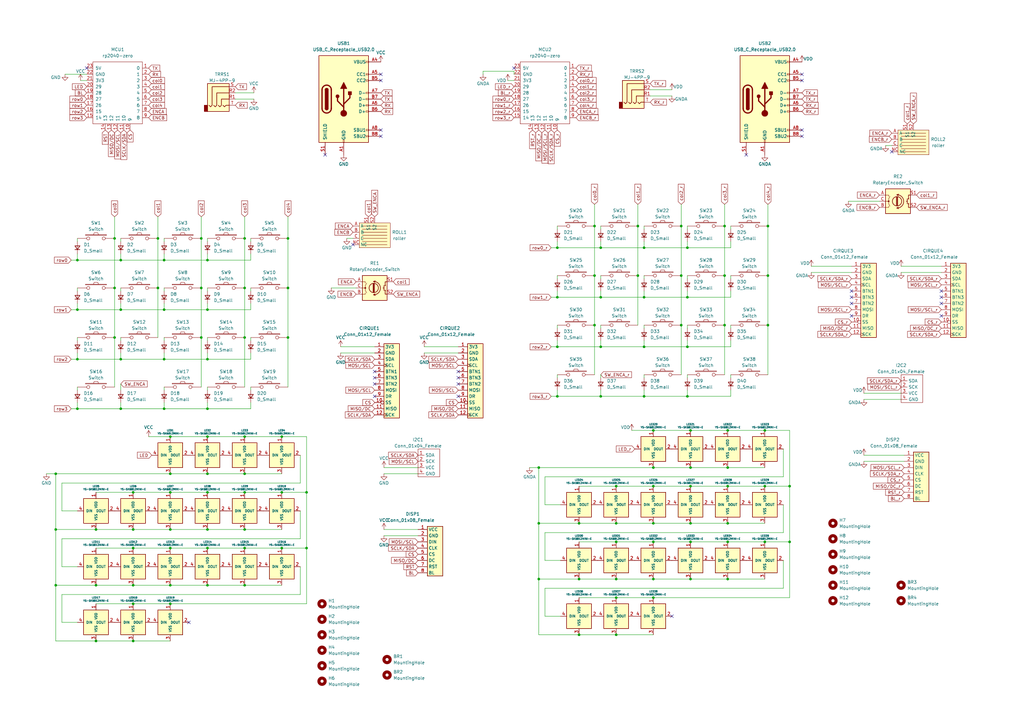
<source format=kicad_sch>
(kicad_sch (version 20211123) (generator eeschema)
  (paper "A3")
  (junction (at 64.77 118.11))
  (junction (at 49.53 147.32))
  (junction (at 267.97 237.49))
  (junction (at 313.69 176.53))
  (junction (at 54.61 262.89))
  (junction (at 49.53 167.64))
  (junction (at 67.31 147.32))
  (junction (at 261.62 113.03))
  (junction (at 85.09 106.68))
  (junction (at 267.97 222.25))
  (junction (at 297.18 133.35))
  (junction (at 39.37 217.17))
  (junction (at 67.31 106.68))
  (junction (at 228.6 101.6))
  (junction (at 264.16 101.6))
  (junction (at 281.94 142.24))
  (junction (at 246.38 162.56))
  (junction (at 243.84 113.03))
  (junction (at 246.38 101.6))
  (junction (at 67.31 127))
  (junction (at 264.16 142.24))
  (junction (at 220.98 214.63))
  (junction (at 279.4 113.03))
  (junction (at 67.31 167.64))
  (junction (at 267.97 176.53))
  (junction (at 64.77 97.79))
  (junction (at 264.16 162.56))
  (junction (at 54.61 224.79))
  (junction (at 314.96 113.03))
  (junction (at 125.73 201.93))
  (junction (at 252.73 222.25))
  (junction (at 31.75 147.32))
  (junction (at 237.49 260.35))
  (junction (at 281.94 162.56))
  (junction (at 243.84 133.35))
  (junction (at 54.61 247.65))
  (junction (at 54.61 201.93))
  (junction (at 297.18 92.71))
  (junction (at 264.16 121.92))
  (junction (at 283.21 176.53))
  (junction (at 323.85 199.39))
  (junction (at 46.99 97.79))
  (junction (at 281.94 101.6))
  (junction (at 100.33 118.11))
  (junction (at 313.69 199.39))
  (junction (at 85.09 201.93))
  (junction (at 31.75 106.68))
  (junction (at 313.69 222.25))
  (junction (at 46.99 138.43))
  (junction (at 100.33 217.17))
  (junction (at 228.6 142.24))
  (junction (at 298.45 199.39))
  (junction (at 46.99 118.11))
  (junction (at 100.33 194.31))
  (junction (at 252.73 214.63))
  (junction (at 246.38 142.24))
  (junction (at 100.33 201.93))
  (junction (at 85.09 240.03))
  (junction (at 237.49 214.63))
  (junction (at 246.38 121.92))
  (junction (at 118.11 97.79))
  (junction (at 297.18 113.03))
  (junction (at 220.98 237.49))
  (junction (at 69.85 224.79))
  (junction (at 22.86 194.31))
  (junction (at 267.97 191.77))
  (junction (at 100.33 179.07))
  (junction (at 118.11 138.43))
  (junction (at 125.73 224.79))
  (junction (at 69.85 240.03))
  (junction (at 281.94 121.92))
  (junction (at 49.53 127))
  (junction (at 298.45 222.25))
  (junction (at 228.6 162.56))
  (junction (at 22.86 217.17))
  (junction (at 314.96 133.35))
  (junction (at 85.09 127))
  (junction (at 283.21 214.63))
  (junction (at 283.21 237.49))
  (junction (at 283.21 222.25))
  (junction (at 323.85 222.25))
  (junction (at 85.09 147.32))
  (junction (at 279.4 133.35))
  (junction (at 100.33 138.43))
  (junction (at 252.73 237.49))
  (junction (at 115.57 224.79))
  (junction (at 252.73 199.39))
  (junction (at 252.73 245.11))
  (junction (at 85.09 224.79))
  (junction (at 267.97 245.11))
  (junction (at 283.21 199.39))
  (junction (at 85.09 179.07))
  (junction (at 31.75 167.64))
  (junction (at 82.55 138.43))
  (junction (at 314.96 92.71))
  (junction (at 85.09 167.64))
  (junction (at 237.49 237.49))
  (junction (at 261.62 92.71))
  (junction (at 252.73 260.35))
  (junction (at 298.45 214.63))
  (junction (at 54.61 240.03))
  (junction (at 82.55 97.79))
  (junction (at 69.85 217.17))
  (junction (at 85.09 217.17))
  (junction (at 115.57 201.93))
  (junction (at 267.97 199.39))
  (junction (at 298.45 237.49))
  (junction (at 279.4 92.71))
  (junction (at 39.37 240.03))
  (junction (at 39.37 262.89))
  (junction (at 69.85 247.65))
  (junction (at 100.33 224.79))
  (junction (at 22.86 240.03))
  (junction (at 115.57 179.07))
  (junction (at 100.33 240.03))
  (junction (at 69.85 201.93))
  (junction (at 267.97 214.63))
  (junction (at 49.53 106.68))
  (junction (at 220.98 191.77))
  (junction (at 100.33 97.79))
  (junction (at 283.21 191.77))
  (junction (at 31.75 127))
  (junction (at 54.61 217.17))
  (junction (at 298.45 176.53))
  (junction (at 228.6 121.92))
  (junction (at 243.84 92.71))
  (junction (at 82.55 118.11))
  (junction (at 69.85 194.31))
  (junction (at 69.85 179.07))
  (junction (at 85.09 194.31))
  (junction (at 298.45 191.77))
  (junction (at 118.11 118.11))
  (no_connect (at 187.96 157.48))
  (no_connect (at 275.59 252.73))
  (no_connect (at 386.08 129.54))
  (no_connect (at 187.96 154.94))
  (no_connect (at 156.21 30.48))
  (no_connect (at 144.78 100.33))
  (no_connect (at 187.96 162.56))
  (no_connect (at 153.67 154.94))
  (no_connect (at 386.08 121.92))
  (no_connect (at 328.93 53.34))
  (no_connect (at 153.67 152.4))
  (no_connect (at 156.21 55.88))
  (no_connect (at 156.21 33.02))
  (no_connect (at 210.82 27.94))
  (no_connect (at 349.25 124.46))
  (no_connect (at 153.67 157.48))
  (no_connect (at 386.08 124.46))
  (no_connect (at 349.25 129.54))
  (no_connect (at 349.25 119.38))
  (no_connect (at 133.35 63.5))
  (no_connect (at 35.56 27.94))
  (no_connect (at 328.93 30.48))
  (no_connect (at 156.21 53.34))
  (no_connect (at 386.08 119.38))
  (no_connect (at 187.96 152.4))
  (no_connect (at 77.47 255.27))
  (no_connect (at 328.93 55.88))
  (no_connect (at 349.25 121.92))
  (no_connect (at 153.67 162.56))
  (no_connect (at 328.93 33.02))
  (no_connect (at 365.76 62.23))
  (no_connect (at 306.07 63.5))
  (wire (pts (xy 82.55 118.11) (xy 82.55 138.43)))
  (wire (pts (xy 228.6 92.71) (xy 228.6 93.98)))
  (wire (pts (xy 25.4 255.27) (xy 31.75 255.27)))
  (wire (pts (xy 267.97 199.39) (xy 283.21 199.39)))
  (wire (pts (xy 264.16 162.56) (xy 281.94 162.56)))
  (wire (pts (xy 220.98 237.49) (xy 237.49 237.49)))
  (wire (pts (xy 246.38 113.03) (xy 246.38 114.3)))
  (wire (pts (xy 228.6 162.56) (xy 246.38 162.56)))
  (wire (pts (xy 237.49 214.63) (xy 252.73 214.63)))
  (wire (pts (xy 96.52 38.1) (xy 104.14 38.1)))
  (wire (pts (xy 25.4 232.41) (xy 31.75 232.41)))
  (wire (pts (xy 223.52 252.73) (xy 229.87 252.73)))
  (wire (pts (xy 281.94 113.03) (xy 281.94 114.3)))
  (wire (pts (xy 267.97 237.49) (xy 283.21 237.49)))
  (wire (pts (xy 281.94 153.67) (xy 281.94 154.94)))
  (wire (pts (xy 100.33 118.11) (xy 100.33 138.43)))
  (wire (pts (xy 46.99 88.9) (xy 46.99 97.79)))
  (wire (pts (xy 252.73 245.11) (xy 267.97 245.11)))
  (wire (pts (xy 29.21 147.32) (xy 31.75 147.32)))
  (wire (pts (xy 22.86 240.03) (xy 39.37 240.03)))
  (wire (pts (xy 96.52 40.64) (xy 104.14 40.64)))
  (wire (pts (xy 39.37 201.93) (xy 54.61 201.93)))
  (wire (pts (xy 64.77 97.79) (xy 64.77 118.11)))
  (wire (pts (xy 31.75 106.68) (xy 49.53 106.68)))
  (wire (pts (xy 54.61 217.17) (xy 69.85 217.17)))
  (wire (pts (xy 281.94 160.02) (xy 281.94 162.56)))
  (wire (pts (xy 261.62 92.71) (xy 261.62 113.03)))
  (wire (pts (xy 220.98 260.35) (xy 237.49 260.35)))
  (wire (pts (xy 67.31 158.75) (xy 67.31 160.02)))
  (wire (pts (xy 298.45 199.39) (xy 313.69 199.39)))
  (wire (pts (xy 246.38 99.06) (xy 246.38 101.6)))
  (wire (pts (xy 29.21 167.64) (xy 31.75 167.64)))
  (wire (pts (xy 25.4 209.55) (xy 25.4 198.12)))
  (wire (pts (xy 69.85 217.17) (xy 85.09 217.17)))
  (wire (pts (xy 33.02 33.02) (xy 35.56 33.02)))
  (wire (pts (xy 313.69 199.39) (xy 323.85 199.39)))
  (wire (pts (xy 25.4 220.98) (xy 25.4 232.41)))
  (wire (pts (xy 49.53 97.79) (xy 49.53 99.06)))
  (wire (pts (xy 39.37 217.17) (xy 54.61 217.17)))
  (wire (pts (xy 246.38 139.7) (xy 246.38 142.24)))
  (wire (pts (xy 100.33 201.93) (xy 115.57 201.93)))
  (wire (pts (xy 243.84 133.35) (xy 243.84 153.67)))
  (wire (pts (xy 267.97 214.63) (xy 283.21 214.63)))
  (wire (pts (xy 49.53 104.14) (xy 49.53 106.68)))
  (wire (pts (xy 49.53 157.48) (xy 49.53 160.02)))
  (wire (pts (xy 85.09 224.79) (xy 100.33 224.79)))
  (wire (pts (xy 85.09 97.79) (xy 85.09 99.06)))
  (wire (pts (xy 264.16 142.24) (xy 281.94 142.24)))
  (wire (pts (xy 49.53 118.11) (xy 49.53 119.38)))
  (wire (pts (xy 22.86 240.03) (xy 22.86 262.89)))
  (wire (pts (xy 220.98 191.77) (xy 220.98 214.63)))
  (wire (pts (xy 267.97 176.53) (xy 283.21 176.53)))
  (wire (pts (xy 85.09 144.78) (xy 85.09 147.32)))
  (wire (pts (xy 67.31 147.32) (xy 85.09 147.32)))
  (wire (pts (xy 54.61 201.93) (xy 69.85 201.93)))
  (wire (pts (xy 49.53 138.43) (xy 49.53 139.7)))
  (wire (pts (xy 208.28 33.02) (xy 210.82 33.02)))
  (wire (pts (xy 279.4 113.03) (xy 279.4 133.35)))
  (wire (pts (xy 266.7 36.83) (xy 275.59 36.83)))
  (wire (pts (xy 354.33 161.29) (xy 369.57 161.29)))
  (wire (pts (xy 226.06 121.92) (xy 228.6 121.92)))
  (wire (pts (xy 123.19 232.41) (xy 123.19 243.84)))
  (wire (pts (xy 264.16 119.38) (xy 264.16 121.92)))
  (wire (pts (xy 31.75 104.14) (xy 31.75 106.68)))
  (wire (pts (xy 118.11 138.43) (xy 118.11 158.75)))
  (wire (pts (xy 29.21 106.68) (xy 31.75 106.68)))
  (wire (pts (xy 283.21 199.39) (xy 298.45 199.39)))
  (wire (pts (xy 314.96 92.71) (xy 314.96 113.03)))
  (wire (pts (xy 198.12 29.21) (xy 210.82 29.21)))
  (wire (pts (xy 100.33 138.43) (xy 100.33 158.75)))
  (wire (pts (xy 297.18 113.03) (xy 297.18 133.35)))
  (wire (pts (xy 354.33 163.83) (xy 369.57 163.83)))
  (wire (pts (xy 85.09 124.46) (xy 85.09 127)))
  (wire (pts (xy 31.75 147.32) (xy 49.53 147.32)))
  (wire (pts (xy 246.38 119.38) (xy 246.38 121.92)))
  (wire (pts (xy 39.37 262.89) (xy 54.61 262.89)))
  (wire (pts (xy 22.86 262.89) (xy 39.37 262.89)))
  (wire (pts (xy 264.16 101.6) (xy 281.94 101.6)))
  (wire (pts (xy 228.6 101.6) (xy 246.38 101.6)))
  (wire (pts (xy 85.09 106.68) (xy 102.87 106.68)))
  (wire (pts (xy 46.99 138.43) (xy 46.99 158.75)))
  (wire (pts (xy 297.18 133.35) (xy 297.18 153.67)))
  (wire (pts (xy 298.45 222.25) (xy 313.69 222.25)))
  (wire (pts (xy 85.09 138.43) (xy 85.09 139.7)))
  (wire (pts (xy 223.52 229.87) (xy 229.87 229.87)))
  (wire (pts (xy 157.48 191.77) (xy 171.45 191.77)))
  (wire (pts (xy 283.21 214.63) (xy 298.45 214.63)))
  (wire (pts (xy 264.16 153.67) (xy 264.16 154.94)))
  (wire (pts (xy 31.75 127) (xy 49.53 127)))
  (wire (pts (xy 369.57 109.22) (xy 386.08 109.22)))
  (wire (pts (xy 146.05 118.11) (xy 135.89 118.11)))
  (wire (pts (xy 25.4 220.98) (xy 123.19 220.98)))
  (wire (pts (xy 237.49 237.49) (xy 252.73 237.49)))
  (wire (pts (xy 354.33 186.69) (xy 370.84 186.69)))
  (wire (pts (xy 228.6 99.06) (xy 228.6 101.6)))
  (wire (pts (xy 283.21 237.49) (xy 298.45 237.49)))
  (wire (pts (xy 220.98 214.63) (xy 220.98 237.49)))
  (wire (pts (xy 299.72 92.71) (xy 299.72 93.98)))
  (wire (pts (xy 64.77 88.9) (xy 64.77 97.79)))
  (wire (pts (xy 29.21 127) (xy 31.75 127)))
  (wire (pts (xy 313.69 176.53) (xy 323.85 176.53)))
  (wire (pts (xy 49.53 144.78) (xy 49.53 147.32)))
  (wire (pts (xy 102.87 104.14) (xy 102.87 106.68)))
  (wire (pts (xy 298.45 191.77) (xy 313.69 191.77)))
  (wire (pts (xy 332.74 109.22) (xy 349.25 109.22)))
  (wire (pts (xy 314.96 83.82) (xy 314.96 92.71)))
  (wire (pts (xy 299.72 119.38) (xy 299.72 121.92)))
  (wire (pts (xy 323.85 199.39) (xy 323.85 176.53)))
  (wire (pts (xy 67.31 118.11) (xy 67.31 119.38)))
  (wire (pts (xy 299.72 113.03) (xy 299.72 114.3)))
  (wire (pts (xy 85.09 158.75) (xy 85.09 160.02)))
  (wire (pts (xy 139.7 144.78) (xy 153.67 144.78)))
  (wire (pts (xy 264.16 113.03) (xy 264.16 114.3)))
  (wire (pts (xy 279.4 133.35) (xy 279.4 153.67)))
  (wire (pts (xy 217.17 191.77) (xy 220.98 191.77)))
  (wire (pts (xy 125.73 247.65) (xy 125.73 224.79)))
  (wire (pts (xy 102.87 165.1) (xy 102.87 167.64)))
  (wire (pts (xy 246.38 92.71) (xy 246.38 93.98)))
  (wire (pts (xy 321.31 184.15) (xy 321.31 195.58)))
  (wire (pts (xy 31.75 158.75) (xy 31.75 160.02)))
  (wire (pts (xy 82.55 97.79) (xy 82.55 118.11)))
  (wire (pts (xy 82.55 88.9) (xy 82.55 97.79)))
  (wire (pts (xy 243.84 83.82) (xy 243.84 92.71)))
  (wire (pts (xy 228.6 113.03) (xy 228.6 114.3)))
  (wire (pts (xy 220.98 191.77) (xy 267.97 191.77)))
  (wire (pts (xy 281.94 162.56) (xy 299.72 162.56)))
  (wire (pts (xy 298.45 176.53) (xy 313.69 176.53)))
  (wire (pts (xy 85.09 201.93) (xy 100.33 201.93)))
  (wire (pts (xy 39.37 240.03) (xy 54.61 240.03)))
  (wire (pts (xy 100.33 88.9) (xy 100.33 97.79)))
  (wire (pts (xy 246.38 142.24) (xy 264.16 142.24)))
  (wire (pts (xy 67.31 97.79) (xy 67.31 99.06)))
  (wire (pts (xy 39.37 247.65) (xy 54.61 247.65)))
  (wire (pts (xy 228.6 121.92) (xy 246.38 121.92)))
  (wire (pts (xy 26.67 30.48) (xy 35.56 30.48)))
  (wire (pts (xy 82.55 138.43) (xy 82.55 158.75)))
  (wire (pts (xy 46.99 118.11) (xy 46.99 138.43)))
  (wire (pts (xy 67.31 165.1) (xy 67.31 167.64)))
  (wire (pts (xy 60.96 179.07) (xy 69.85 179.07)))
  (wire (pts (xy 252.73 237.49) (xy 267.97 237.49)))
  (wire (pts (xy 69.85 201.93) (xy 85.09 201.93)))
  (wire (pts (xy 281.94 142.24) (xy 299.72 142.24)))
  (wire (pts (xy 67.31 138.43) (xy 67.31 139.7)))
  (wire (pts (xy 22.86 217.17) (xy 39.37 217.17)))
  (wire (pts (xy 298.45 237.49) (xy 313.69 237.49)))
  (wire (pts (xy 297.18 83.82) (xy 297.18 92.71)))
  (wire (pts (xy 267.97 245.11) (xy 323.85 245.11)))
  (wire (pts (xy 299.72 153.67) (xy 299.72 154.94)))
  (wire (pts (xy 115.57 201.93) (xy 125.73 201.93)))
  (wire (pts (xy 226.06 162.56) (xy 228.6 162.56)))
  (wire (pts (xy 69.85 224.79) (xy 85.09 224.79)))
  (wire (pts (xy 100.33 194.31) (xy 115.57 194.31)))
  (wire (pts (xy 118.11 118.11) (xy 118.11 138.43)))
  (wire (pts (xy 102.87 118.11) (xy 102.87 119.38)))
  (wire (pts (xy 67.31 106.68) (xy 85.09 106.68)))
  (wire (pts (xy 243.84 113.03) (xy 243.84 133.35)))
  (wire (pts (xy 223.52 218.44) (xy 321.31 218.44)))
  (wire (pts (xy 223.52 252.73) (xy 223.52 241.3)))
  (wire (pts (xy 223.52 195.58) (xy 321.31 195.58)))
  (wire (pts (xy 228.6 153.67) (xy 228.6 154.94)))
  (wire (pts (xy 252.73 199.39) (xy 267.97 199.39)))
  (wire (pts (xy 49.53 124.46) (xy 49.53 127)))
  (wire (pts (xy 281.94 119.38) (xy 281.94 121.92)))
  (wire (pts (xy 54.61 240.03) (xy 69.85 240.03)))
  (wire (pts (xy 64.77 118.11) (xy 64.77 138.43)))
  (wire (pts (xy 102.87 144.78) (xy 102.87 147.32)))
  (wire (pts (xy 173.99 142.24) (xy 187.96 142.24)))
  (wire (pts (xy 252.73 222.25) (xy 267.97 222.25)))
  (wire (pts (xy 171.45 194.31) (xy 157.48 194.31)))
  (wire (pts (xy 360.68 82.55) (xy 347.98 82.55)))
  (wire (pts (xy 264.16 133.35) (xy 264.16 134.62)))
  (wire (pts (xy 314.96 133.35) (xy 314.96 153.67)))
  (wire (pts (xy 246.38 153.67) (xy 246.38 154.94)))
  (wire (pts (xy 243.84 92.71) (xy 243.84 113.03)))
  (wire (pts (xy 237.49 260.35) (xy 252.73 260.35)))
  (wire (pts (xy 281.94 92.71) (xy 281.94 93.98)))
  (wire (pts (xy 54.61 247.65) (xy 69.85 247.65)))
  (wire (pts (xy 85.09 167.64) (xy 102.87 167.64)))
  (wire (pts (xy 69.85 247.65) (xy 125.73 247.65)))
  (wire (pts (xy 313.69 222.25) (xy 323.85 222.25)))
  (wire (pts (xy 100.33 240.03) (xy 115.57 240.03)))
  (wire (pts (xy 261.62 113.03) (xy 261.62 133.35)))
  (wire (pts (xy 46.99 97.79) (xy 46.99 118.11)))
  (wire (pts (xy 246.38 121.92) (xy 264.16 121.92)))
  (wire (pts (xy 22.86 194.31) (xy 69.85 194.31)))
  (wire (pts (xy 85.09 127) (xy 102.87 127)))
  (wire (pts (xy 67.31 144.78) (xy 67.31 147.32)))
  (wire (pts (xy 237.49 199.39) (xy 252.73 199.39)))
  (wire (pts (xy 85.09 179.07) (xy 100.33 179.07)))
  (wire (pts (xy 54.61 224.79) (xy 69.85 224.79)))
  (wire (pts (xy 198.12 29.21) (xy 198.12 30.48)))
  (wire (pts (xy 123.19 209.55) (xy 123.19 220.98)))
  (wire (pts (xy 246.38 101.6) (xy 264.16 101.6)))
  (wire (pts (xy 314.96 113.03) (xy 314.96 133.35)))
  (wire (pts (xy 31.75 97.79) (xy 31.75 99.06)))
  (wire (pts (xy 299.72 133.35) (xy 299.72 134.62)))
  (wire (pts (xy 22.86 194.31) (xy 22.86 217.17)))
  (wire (pts (xy 125.73 224.79) (xy 125.73 201.93)))
  (wire (pts (xy 25.4 255.27) (xy 25.4 243.84)))
  (wire (pts (xy 210.82 29.21) (xy 210.82 30.48)))
  (wire (pts (xy 332.74 111.76) (xy 349.25 111.76)))
  (wire (pts (xy 118.11 88.9) (xy 118.11 97.79)))
  (wire (pts (xy 267.97 191.77) (xy 283.21 191.77)))
  (wire (pts (xy 281.94 133.35) (xy 281.94 134.62)))
  (wire (pts (xy 363.22 59.69) (xy 365.76 59.69)))
  (wire (pts (xy 173.99 144.78) (xy 187.96 144.78)))
  (wire (pts (xy 67.31 167.64) (xy 85.09 167.64)))
  (wire (pts (xy 31.75 138.43) (xy 31.75 139.7)))
  (wire (pts (xy 31.75 167.64) (xy 49.53 167.64)))
  (wire (pts (xy 49.53 165.1) (xy 49.53 167.64)))
  (wire (pts (xy 123.19 186.69) (xy 123.19 198.12)))
  (wire (pts (xy 49.53 147.32) (xy 67.31 147.32)))
  (wire (pts (xy 100.33 179.07) (xy 115.57 179.07)))
  (wire (pts (xy 69.85 194.31) (xy 85.09 194.31)))
  (wire (pts (xy 25.4 209.55) (xy 31.75 209.55)))
  (wire (pts (xy 228.6 142.24) (xy 246.38 142.24)))
  (wire (pts (xy 223.52 218.44) (xy 223.52 229.87)))
  (wire (pts (xy 369.57 111.76) (xy 386.08 111.76)))
  (wire (pts (xy 102.87 158.75) (xy 102.87 160.02)))
  (wire (pts (xy 85.09 165.1) (xy 85.09 167.64)))
  (wire (pts (xy 49.53 106.68) (xy 67.31 106.68)))
  (wire (pts (xy 267.97 222.25) (xy 283.21 222.25)))
  (wire (pts (xy 39.37 224.79) (xy 54.61 224.79)))
  (wire (pts (xy 279.4 83.82) (xy 279.4 92.71)))
  (wire (pts (xy 31.75 124.46) (xy 31.75 127)))
  (wire (pts (xy 283.21 191.77) (xy 298.45 191.77)))
  (wire (pts (xy 266.7 39.37) (xy 275.59 39.37)))
  (wire (pts (xy 228.6 119.38) (xy 228.6 121.92)))
  (wire (pts (xy 354.33 189.23) (xy 370.84 189.23)))
  (wire (pts (xy 49.53 167.64) (xy 67.31 167.64)))
  (wire (pts (xy 264.16 99.06) (xy 264.16 101.6)))
  (wire (pts (xy 31.75 165.1) (xy 31.75 167.64)))
  (wire (pts (xy 281.94 139.7) (xy 281.94 142.24)))
  (wire (pts (xy 323.85 222.25) (xy 323.85 199.39)))
  (wire (pts (xy 223.52 207.01) (xy 229.87 207.01)))
  (wire (pts (xy 100.33 217.17) (xy 115.57 217.17)))
  (wire (pts (xy 157.48 217.17) (xy 171.45 217.17)))
  (wire (pts (xy 85.09 147.32) (xy 102.87 147.32)))
  (wire (pts (xy 237.49 245.11) (xy 252.73 245.11)))
  (wire (pts (xy 100.33 97.79) (xy 100.33 118.11)))
  (wire (pts (xy 19.05 194.31) (xy 22.86 194.31)))
  (wire (pts (xy 246.38 133.35) (xy 246.38 134.62)))
  (wire (pts (xy 102.87 97.79) (xy 102.87 99.06)))
  (wire (pts (xy 298.45 214.63) (xy 313.69 214.63)))
  (wire (pts (xy 252.73 260.35) (xy 267.97 260.35)))
  (wire (pts (xy 125.73 201.93) (xy 125.73 179.07)))
  (wire (pts (xy 49.53 127) (xy 67.31 127)))
  (wire (pts (xy 264.16 121.92) (xy 281.94 121.92)))
  (wire (pts (xy 31.75 118.11) (xy 31.75 119.38)))
  (wire (pts (xy 246.38 160.02) (xy 246.38 162.56)))
  (wire (pts (xy 157.48 219.71) (xy 171.45 219.71)))
  (wire (pts (xy 102.87 124.46) (xy 102.87 127)))
  (wire (pts (xy 85.09 194.31) (xy 100.33 194.31)))
  (wire (pts (xy 142.24 97.79) (xy 144.78 97.79)))
  (wire (pts (xy 297.18 92.71) (xy 297.18 113.03)))
  (wire (pts (xy 246.38 162.56) (xy 264.16 162.56)))
  (wire (pts (xy 321.31 207.01) (xy 321.31 218.44)))
  (wire (pts (xy 118.11 97.79) (xy 118.11 118.11)))
  (wire (pts (xy 299.72 99.06) (xy 299.72 101.6)))
  (wire (pts (xy 85.09 217.17) (xy 100.33 217.17)))
  (wire (pts (xy 223.52 241.3) (xy 321.31 241.3)))
  (wire (pts (xy 67.31 124.46) (xy 67.31 127)))
  (wire (pts (xy 228.6 160.02) (xy 228.6 162.56)))
  (wire (pts (xy 69.85 240.03) (xy 85.09 240.03)))
  (wire (pts (xy 115.57 179.07) (xy 125.73 179.07)))
  (wire (pts (xy 220.98 237.49) (xy 220.98 260.35)))
  (wire (pts (xy 299.72 160.02) (xy 299.72 162.56)))
  (wire (pts (xy 281.94 99.06) (xy 281.94 101.6)))
  (wire (pts (xy 264.16 160.02) (xy 264.16 162.56)))
  (wire (pts (xy 252.73 214.63) (xy 267.97 214.63)))
  (wire (pts (xy 281.94 101.6) (xy 299.72 101.6)))
  (wire (pts (xy 321.31 229.87) (xy 321.31 241.3)))
  (wire (pts (xy 139.7 142.24) (xy 153.67 142.24)))
  (wire (pts (xy 279.4 92.71) (xy 279.4 113.03)))
  (wire (pts (xy 67.31 127) (xy 85.09 127)))
  (wire (pts (xy 261.62 83.82) (xy 261.62 92.71)))
  (wire (pts (xy 102.87 138.43) (xy 102.87 139.7)))
  (wire (pts (xy 228.6 139.7) (xy 228.6 142.24)))
  (wire (pts (xy 259.08 176.53) (xy 267.97 176.53)))
  (wire (pts (xy 264.16 139.7) (xy 264.16 142.24)))
  (wire (pts (xy 31.75 144.78) (xy 31.75 147.32)))
  (wire (pts (xy 22.86 217.17) (xy 22.86 240.03)))
  (wire (pts (xy 67.31 104.14) (xy 67.31 106.68)))
  (wire (pts (xy 115.57 224.79) (xy 125.73 224.79)))
  (wire (pts (xy 85.09 118.11) (xy 85.09 119.38)))
  (wire (pts (xy 54.61 262.89) (xy 69.85 262.89)))
  (wire (pts (xy 299.72 139.7) (xy 299.72 142.24)))
  (wire (pts (xy 223.52 207.01) (xy 223.52 195.58)))
  (wire (pts (xy 85.09 104.14) (xy 85.09 106.68)))
  (wire (pts (xy 283.21 222.25) (xy 298.45 222.25)))
  (wire (pts (xy 85.09 240.03) (xy 100.33 240.03)))
  (wire (pts (xy 226.06 101.6) (xy 228.6 101.6)))
  (wire (pts (xy 25.4 198.12) (xy 123.19 198.12)))
  (wire (pts (xy 264.16 92.71) (xy 264.16 93.98)))
  (wire (pts (xy 100.33 224.79) (xy 115.57 224.79)))
  (wire (pts (xy 69.85 179.07) (xy 85.09 179.07)))
  (wire (pts (xy 281.94 121.92) (xy 299.72 121.92)))
  (wire (pts (xy 228.6 133.35) (xy 228.6 134.62)))
  (wire (pts (xy 25.4 243.84) (xy 123.19 243.84)))
  (wire (pts (xy 237.49 222.25) (xy 252.73 222.25)))
  (wire (pts (xy 220.98 214.63) (xy 237.49 214.63)))
  (wire (pts (xy 283.21 176.53) (xy 298.45 176.53)))
  (wire (pts (xy 226.06 142.24) (xy 228.6 142.24)))
  (wire (pts (xy 323.85 245.11) (xy 323.85 222.25)))
  (global_label "col3" (shape input) (at 100.33 88.9 90) (property "Intersheet References" "${INTERSHEET_REFS}" (effects hide)))
  (global_label "MOSI{slash}SCL_r" (shape input) (at 370.84 191.77 180) (property "Intersheet References" "${INTERSHEET_REFS}" (effects hide)))
  (global_label "MOSI{slash}SCL" (shape input) (at 171.45 222.25 180) (property "Intersheet References" "${INTERSHEET_REFS}" (effects hide)))
  (global_label "row2" (shape input) (at 29.21 147.32 180) (property "Intersheet References" "${INTERSHEET_REFS}" (effects hide)))
  (global_label "LED" (shape input) (at 62.23 186.69 180) (property "Intersheet References" "${INTERSHEET_REFS}" (effects hide)))
  (global_label "RX_r" (shape input) (at 236.22 30.48 0) (property "Intersheet References" "${INTERSHEET_REFS}" (effects hide)))
  (global_label "TX_r" (shape input) (at 236.22 27.94 0) (property "Intersheet References" "${INTERSHEET_REFS}" (effects hide)))
  (global_label "RX" (shape input) (at 156.21 45.72 0) (property "Intersheet References" "${INTERSHEET_REFS}" (effects hide)))
  (global_label "MOSI{slash}SCL" (shape input) (at 187.96 160.02 180) (property "Intersheet References" "${INTERSHEET_REFS}" (effects hide)))
  (global_label "col1_r" (shape input) (at 375.92 80.01 0) (property "Intersheet References" "${INTERSHEET_REFS}" (effects hide)))
  (global_label "MISO{slash}DC" (shape input) (at 187.96 167.64 180) (property "Intersheet References" "${INTERSHEET_REFS}" (effects hide)))
  (global_label "col4_r" (shape input) (at 314.96 83.82 90) (property "Intersheet References" "${INTERSHEET_REFS}" (effects hide)))
  (global_label "RST_r" (shape input) (at 370.84 201.93 180) (property "Intersheet References" "${INTERSHEET_REFS}" (effects hide)))
  (global_label "col0_r" (shape input) (at 243.84 83.82 90) (property "Intersheet References" "${INTERSHEET_REFS}" (effects hide)))
  (global_label "CS_r" (shape input) (at 228.6 53.34 270) (property "Intersheet References" "${INTERSHEET_REFS}" (effects hide)))
  (global_label "ENCA_r" (shape input) (at 360.68 80.01 180) (property "Intersheet References" "${INTERSHEET_REFS}" (effects hide)))
  (global_label "row3_r" (shape input) (at 226.06 162.56 180) (property "Intersheet References" "${INTERSHEET_REFS}" (effects hide)))
  (global_label "row1" (shape input) (at 29.21 127 180) (property "Intersheet References" "${INTERSHEET_REFS}" (effects hide)))
  (global_label "col1_r" (shape input) (at 261.62 83.82 90) (property "Intersheet References" "${INTERSHEET_REFS}" (effects hide)))
  (global_label "row0" (shape input) (at 35.56 40.64 180) (property "Intersheet References" "${INTERSHEET_REFS}" (effects hide)))
  (global_label "BL" (shape input) (at 171.45 234.95 180) (property "Intersheet References" "${INTERSHEET_REFS}" (effects hide)))
  (global_label "MOSI{slash}SCL_r" (shape input) (at 223.52 53.34 270) (property "Intersheet References" "${INTERSHEET_REFS}" (effects hide)))
  (global_label "MOSI{slash}SCL_r" (shape input) (at 349.25 127 180) (property "Intersheet References" "${INTERSHEET_REFS}" (effects hide)))
  (global_label "col3_r" (shape input) (at 236.22 40.64 0) (property "Intersheet References" "${INTERSHEET_REFS}" (effects hide)))
  (global_label "MOSI{slash}SCL" (shape input) (at 153.67 160.02 180) (property "Intersheet References" "${INTERSHEET_REFS}" (effects hide)))
  (global_label "col2" (shape input) (at 82.55 88.9 90) (property "Intersheet References" "${INTERSHEET_REFS}" (effects hide)))
  (global_label "MISO{slash}DC_r" (shape input) (at 220.98 53.34 270) (property "Intersheet References" "${INTERSHEET_REFS}" (effects hide)))
  (global_label "col2" (shape input) (at 60.96 38.1 0) (property "Intersheet References" "${INTERSHEET_REFS}" (effects hide)))
  (global_label "CS" (shape input) (at 53.34 53.34 270) (property "Intersheet References" "${INTERSHEET_REFS}" (effects hide)))
  (global_label "SCLK{slash}SDA" (shape input) (at 171.45 186.69 180) (property "Intersheet References" "${INTERSHEET_REFS}" (effects hide)))
  (global_label "RX_r" (shape input) (at 328.93 43.18 0) (property "Intersheet References" "${INTERSHEET_REFS}" (effects hide)))
  (global_label "SW_ENCA_r" (shape input) (at 375.92 85.09 0) (property "Intersheet References" "${INTERSHEET_REFS}" (effects hide)))
  (global_label "TX_r" (shape input) (at 266.7 34.29 0) (property "Intersheet References" "${INTERSHEET_REFS}" (effects hide)))
  (global_label "MISO{slash}DC" (shape input) (at 45.72 53.34 270) (property "Intersheet References" "${INTERSHEET_REFS}" (effects hide)))
  (global_label "CS_r" (shape input) (at 349.25 132.08 180) (property "Intersheet References" "${INTERSHEET_REFS}" (effects hide)))
  (global_label "SW_ENCA_r" (shape input) (at 374.65 50.8 90) (property "Intersheet References" "${INTERSHEET_REFS}" (effects hide)))
  (global_label "ENCA" (shape input) (at 146.05 115.57 180) (property "Intersheet References" "${INTERSHEET_REFS}" (effects hide)))
  (global_label "col3" (shape input) (at 60.96 40.64 0) (property "Intersheet References" "${INTERSHEET_REFS}" (effects hide)))
  (global_label "SCLK{slash}SDA" (shape input) (at 171.45 224.79 180) (property "Intersheet References" "${INTERSHEET_REFS}" (effects hide)))
  (global_label "TX" (shape input) (at 156.21 38.1 0) (property "Intersheet References" "${INTERSHEET_REFS}" (effects hide)))
  (global_label "row2_r" (shape input) (at 226.06 142.24 180) (property "Intersheet References" "${INTERSHEET_REFS}" (effects hide)))
  (global_label "row0_r" (shape input) (at 226.06 101.6 180) (property "Intersheet References" "${INTERSHEET_REFS}" (effects hide)))
  (global_label "SCLK{slash}SDA_r" (shape input) (at 349.25 114.3 180) (property "Intersheet References" "${INTERSHEET_REFS}" (effects hide)))
  (global_label "col1" (shape input) (at 60.96 35.56 0) (property "Intersheet References" "${INTERSHEET_REFS}" (effects hide)))
  (global_label "row0" (shape input) (at 29.21 106.68 180) (property "Intersheet References" "${INTERSHEET_REFS}" (effects hide)))
  (global_label "row2_r" (shape input) (at 210.82 45.72 180) (property "Intersheet References" "${INTERSHEET_REFS}" (effects hide)))
  (global_label "MISO{slash}DC" (shape input) (at 171.45 229.87 180) (property "Intersheet References" "${INTERSHEET_REFS}" (effects hide)))
  (global_label "SW_ENCA" (shape input) (at 161.29 120.65 0) (property "Intersheet References" "${INTERSHEET_REFS}" (effects hide)))
  (global_label "SCLK{slash}SDA" (shape input) (at 153.67 147.32 180) (property "Intersheet References" "${INTERSHEET_REFS}" (effects hide)))
  (global_label "col0" (shape input) (at 46.99 88.9 90) (property "Intersheet References" "${INTERSHEET_REFS}" (effects hide)))
  (global_label "MISO{slash}DC_r" (shape input) (at 349.25 134.62 180) (property "Intersheet References" "${INTERSHEET_REFS}" (effects hide)))
  (global_label "col1" (shape input) (at 64.77 88.9 90) (property "Intersheet References" "${INTERSHEET_REFS}" (effects hide)))
  (global_label "RST" (shape input) (at 43.18 53.34 270) (property "Intersheet References" "${INTERSHEET_REFS}" (effects hide)))
  (global_label "MOSI{slash}SCL_r" (shape input) (at 349.25 116.84 180) (property "Intersheet References" "${INTERSHEET_REFS}" (effects hide)))
  (global_label "MOSI{slash}SCL" (shape input) (at 187.96 149.86 180) (property "Intersheet References" "${INTERSHEET_REFS}" (effects hide)))
  (global_label "ENCB_r" (shape input) (at 360.68 85.09 180) (property "Intersheet References" "${INTERSHEET_REFS}" (effects hide)))
  (global_label "row3" (shape input) (at 35.56 48.26 180) (property "Intersheet References" "${INTERSHEET_REFS}" (effects hide)))
  (global_label "BL" (shape input) (at 35.56 38.1 180) (property "Intersheet References" "${INTERSHEET_REFS}" (effects hide)))
  (global_label "ENCB" (shape input) (at 146.05 120.65 180) (property "Intersheet References" "${INTERSHEET_REFS}" (effects hide)))
  (global_label "MOSI{slash}SCL" (shape input) (at 48.26 53.34 270) (property "Intersheet References" "${INTERSHEET_REFS}" (effects hide)))
  (global_label "SCLK{slash}SDA" (shape input) (at 187.96 147.32 180) (property "Intersheet References" "${INTERSHEET_REFS}" (effects hide)))
  (global_label "ENCA_r" (shape input) (at 365.76 54.61 180) (property "Intersheet References" "${INTERSHEET_REFS}" (effects hide)))
  (global_label "row3_r" (shape input) (at 210.82 48.26 180) (property "Intersheet References" "${INTERSHEET_REFS}" (effects hide)))
  (global_label "col1" (shape input) (at 161.29 115.57 0) (property "Intersheet References" "${INTERSHEET_REFS}" (effects hide)))
  (global_label "RX" (shape input) (at 60.96 30.48 0) (property "Intersheet References" "${INTERSHEET_REFS}" (effects hide)))
  (global_label "SCLK{slash}SDA" (shape input) (at 50.8 53.34 270) (property "Intersheet References" "${INTERSHEET_REFS}" (effects hide)))
  (global_label "BL_r" (shape input) (at 210.82 38.1 180) (property "Intersheet References" "${INTERSHEET_REFS}" (effects hide)))
  (global_label "RX_r" (shape input) (at 266.7 41.91 0) (property "Intersheet References" "${INTERSHEET_REFS}" (effects hide)))
  (global_label "LED_r" (shape input) (at 210.82 35.56 180) (property "Intersheet References" "${INTERSHEET_REFS}" (effects hide)))
  (global_label "RX" (shape input) (at 156.21 43.18 0) (property "Intersheet References" "${INTERSHEET_REFS}" (effects hide)))
  (global_label "CS" (shape input) (at 171.45 227.33 180) (property "Intersheet References" "${INTERSHEET_REFS}" (effects hide)))
  (global_label "SCLK{slash}SDA_r" (shape input) (at 370.84 194.31 180) (property "Intersheet References" "${INTERSHEET_REFS}" (effects hide)))
  (global_label "MOSI{slash}SCL" (shape input) (at 153.67 149.86 180) (property "Intersheet References" "${INTERSHEET_REFS}" (effects hide)))
  (global_label "ENCA" (shape input) (at 144.78 92.71 180) (property "Intersheet References" "${INTERSHEET_REFS}" (effects hide)))
  (global_label "LED_r" (shape input) (at 260.35 184.15 180) (property "Intersheet References" "${INTERSHEET_REFS}" (effects hide)))
  (global_label "MISO{slash}DC_r" (shape input) (at 386.08 134.62 180) (property "Intersheet References" "${INTERSHEET_REFS}" (effects hide)))
  (global_label "ENCB_r" (shape input) (at 365.76 57.15 180) (property "Intersheet References" "${INTERSHEET_REFS}" (effects hide)))
  (global_label "SCLK{slash}SDA" (shape input) (at 153.67 170.18 180) (property "Intersheet References" "${INTERSHEET_REFS}" (effects hide)))
  (global_label "SCLK{slash}SDA_r" (shape input) (at 386.08 114.3 180) (property "Intersheet References" "${INTERSHEET_REFS}" (effects hide)))
  (global_label "ENCA" (shape input) (at 60.96 45.72 0) (property "Intersheet References" "${INTERSHEET_REFS}" (effects hide)))
  (global_label "CS" (shape input) (at 153.67 165.1 180) (property "Intersheet References" "${INTERSHEET_REFS}" (effects hide)))
  (global_label "SCLK{slash}SDA" (shape input) (at 187.96 170.18 180) (property "Intersheet References" "${INTERSHEET_REFS}" (effects hide)))
  (global_label "row2" (shape input) (at 35.56 45.72 180) (property "Intersheet References" "${INTERSHEET_REFS}" (effects hide)))
  (global_label "col1_r" (shape input) (at 372.11 50.8 90) (property "Intersheet References" "${INTERSHEET_REFS}" (effects hide)))
  (global_label "TX_r" (shape input) (at 328.93 40.64 0) (property "Intersheet References" "${INTERSHEET_REFS}" (effects hide)))
  (global_label "SW_ENCA" (shape input) (at 153.67 88.9 90) (property "Intersheet References" "${INTERSHEET_REFS}" (effects hide)))
  (global_label "col4_r" (shape input) (at 236.22 43.18 0) (property "Intersheet References" "${INTERSHEET_REFS}" (effects hide)))
  (global_label "col1" (shape input) (at 151.13 88.9 90) (property "Intersheet References" "${INTERSHEET_REFS}" (effects hide)))
  (global_label "SW_ENCA_r" (shape input) (at 246.38 153.67 0) (property "Intersheet References" "${INTERSHEET_REFS}" (effects hide)))
  (global_label "ENCB" (shape input) (at 60.96 48.26 0) (property "Intersheet References" "${INTERSHEET_REFS}" (effects hide)))
  (global_label "RST" (shape input) (at 171.45 232.41 180) (property "Intersheet References" "${INTERSHEET_REFS}" (effects hide)))
  (global_label "col4" (shape input) (at 60.96 43.18 0) (property "Intersheet References" "${INTERSHEET_REFS}" (effects hide)))
  (global_label "TX" (shape input) (at 96.52 35.56 0) (property "Intersheet References" "${INTERSHEET_REFS}" (effects hide)))
  (global_label "RX" (shape input) (at 96.52 43.18 0) (property "Intersheet References" "${INTERSHEET_REFS}" (effects hide)))
  (global_label "CS_r" (shape input) (at 386.08 132.08 180) (property "Intersheet References" "${INTERSHEET_REFS}" (effects hide)))
  (global_label "MISO{slash}DC_r" (shape input) (at 370.84 199.39 180) (property "Intersheet References" "${INTERSHEET_REFS}" (effects hide)))
  (global_label "row0_r" (shape input) (at 210.82 40.64 180) (property "Intersheet References" "${INTERSHEET_REFS}" (effects hide)))
  (global_label "row3" (shape input) (at 29.21 167.64 180) (property "Intersheet References" "${INTERSHEET_REFS}" (effects hide)))
  (global_label "MOSI{slash}SCL_r" (shape input) (at 386.08 116.84 180) (property "Intersheet References" "${INTERSHEET_REFS}" (effects hide)))
  (global_label "row1" (shape input) (at 35.56 43.18 180) (property "Intersheet References" "${INTERSHEET_REFS}" (effects hide)))
  (global_label "MOSI{slash}SCL_r" (shape input) (at 369.57 158.75 180) (property "Intersheet References" "${INTERSHEET_REFS}" (effects hide)))
  (global_label "ENCB_r" (shape input) (at 236.22 48.26 0) (property "Intersheet References" "${INTERSHEET_REFS}" (effects hide)))
  (global_label "col3_r" (shape input) (at 297.18 83.82 90) (property "Intersheet References" "${INTERSHEET_REFS}" (effects hide)))
  (global_label "ENCA_r" (shape input) (at 236.22 45.72 0) (property "Intersheet References" "${INTERSHEET_REFS}" (effects hide)))
  (global_label "TX" (shape input) (at 60.96 27.94 0) (property "Intersheet References" "${INTERSHEET_REFS}" (effects hide)))
  (global_label "row1_r" (shape input) (at 226.06 121.92 180) (property "Intersheet References" "${INTERSHEET_REFS}" (effects hide)))
  (global_label "MOSI{slash}SCL" (shape input) (at 171.45 189.23 180) (property "Intersheet References" "${INTERSHEET_REFS}" (effects hide)))
  (global_label "MOSI{slash}SCL_r" (shape input) (at 386.08 127 180) (property "Intersheet References" "${INTERSHEET_REFS}" (effects hide)))
  (global_label "CS_r" (shape input) (at 370.84 196.85 180) (property "Intersheet References" "${INTERSHEET_REFS}" (effects hide)))
  (global_label "SCLK{slash}SDA_r" (shape input) (at 386.08 137.16 180) (property "Intersheet References" "${INTERSHEET_REFS}" (effects hide)))
  (global_label "col2_r" (shape input) (at 279.4 83.82 90) (property "Intersheet References" "${INTERSHEET_REFS}" (effects hide)))
  (global_label "RST_r" (shape input) (at 218.44 53.34 270) (property "Intersheet References" "${INTERSHEET_REFS}" (effects hide)))
  (global_label "RX_r" (shape input) (at 328.93 45.72 0) (property "Intersheet References" "${INTERSHEET_REFS}" (effects hide)))
  (global_label "SCLK{slash}SDA_r" (shape input) (at 349.25 137.16 180) (property "Intersheet References" "${INTERSHEET_REFS}" (effects hide)))
  (global_label "col4" (shape input) (at 118.11 88.9 90) (property "Intersheet References" "${INTERSHEET_REFS}" (effects hide)))
  (global_label "TX" (shape input) (at 156.21 40.64 0) (property "Intersheet References" "${INTERSHEET_REFS}" (effects hide)))
  (global_label "col1_r" (shape input) (at 236.22 35.56 0) (property "Intersheet References" "${INTERSHEET_REFS}" (effects hide)))
  (global_label "col0_r" (shape input) (at 236.22 33.02 0) (property "Intersheet References" "${INTERSHEET_REFS}" (effects hide)))
  (global_label "TX_r" (shape input) (at 328.93 38.1 0) (property "Intersheet References" "${INTERSHEET_REFS}" (effects hide)))
  (global_label "LED" (shape input) (at 35.56 35.56 180) (property "Intersheet References" "${INTERSHEET_REFS}" (effects hide)))
  (global_label "row1_r" (shape input) (at 210.82 43.18 180) (property "Intersheet References" "${INTERSHEET_REFS}" (effects hide)))
  (global_label "ENCB" (shape input) (at 144.78 95.25 180) (property "Intersheet References" "${INTERSHEET_REFS}" (effects hide)))
  (global_label "SW_ENCA" (shape input) (at 49.53 157.48 0) (property "Intersheet References" "${INTERSHEET_REFS}" (effects hide)))
  (global_label "col2_r" (shape input) (at 236.22 38.1 0) (property "Intersheet References" "${INTERSHEET_REFS}" (effects hide)))
  (global_label "SCLK{slash}SDA_r" (shape input) (at 226.06 53.34 270) (property "Intersheet References" "${INTERSHEET_REFS}" (effects hide)))
  (global_label "BL_r" (shape input) (at 370.84 204.47 180) (property "Intersheet References" "${INTERSHEET_REFS}" (effects hide)))
  (global_label "col0" (shape input) (at 60.96 33.02 0) (property "Intersheet References" "${INTERSHEET_REFS}" (effects hide)))
  (global_label "MISO{slash}DC" (shape input) (at 153.67 167.64 180) (property "Intersheet References" "${INTERSHEET_REFS}" (effects hide)))
  (global_label "SCLK{slash}SDA_r" (shape input) (at 369.57 156.21 180) (property "Intersheet References" "${INTERSHEET_REFS}" (effects hide)))
  (global_label "CS" (shape input) (at 187.96 165.1 180) (property "Intersheet References" "${INTERSHEET_REFS}" (effects hide)))
  (symbol (lib_id "Mechanical:MountingHole") (at 132.08 273.05 0) (unit 1)
    (property "Reference" "H5" (at 134.62 271.7799 0) (effects (justify left)))
    (property "Value" "MountingHole" (at 134.62 274.3199 0) (effects (justify left)))
    (property "Footprint" "zzkeeb:Hole_M2-spacer" (effects hide))
  )
  (symbol (lib_id "zzkeeb:LED_SK6812MINI-E") (at 252.73 207.01 0) (unit 1)
    (property "Reference" "LED25" (at 252.73 196.85 0) (effects (font (size 0.7366 0.7366))))
    (property "Value" "YS-SK6812MINI-E" (at 252.73 198.12 0) (effects (font (size 0.7366 0.7366))))
    (property "Footprint" "zzkeeb:LED_SK6812-MINI-E" (effects hide))
  )
  (symbol (lib_id "zzkeeb:Switch") (at 271.78 113.03 0) (unit 1)
    (property "Reference" "SW27" (at 271.78 106.68 0))
    (property "Value" "Switch" (at 271.78 109.22 0))
    (property "Footprint" "zzkeeb:Switch_ChocV1-hotswap" (effects hide))
  )
  (symbol (lib_id "Connector:USB_C_Receptacle_USB2.0") (at 140.97 40.64 0) (unit 1)
    (property "Reference" "USB1" (at 140.97 17.78 0))
    (property "Value" "USB_C_Receptacle_USB2.0" (at 140.97 20.32 0))
    (property "Footprint" "zzkeeb:Connector_USB-C-mid-mount-ali-data" (effects hide))
    (property "Datasheet" "https://www.usb.org/sites/default/files/documents/usb_type-c.zip" (effects hide))
  )
  (symbol (lib_id "zzkeeb:MCU_rp2040-zero") (at 223.52 36.83 0) (unit 1)
    (property "Reference" "MCU2" (at 223.52 20.32 0))
    (property "Value" "rp2040-zero" (at 223.52 22.86 0))
    (property "Footprint" "zzkeeb:MCU_rp2040-zero-tht-pads" (effects hide))
  )
  (symbol (lib_id "Device:D_Small") (at 228.6 116.84 90) (unit 1)
    (property "Reference" "D26" (at 231.14 115.5699 90) (effects (justify right)))
    (property "Value" "D_Small" (at 231.14 118.1099 90) (effects (justify right)))
    (property "Footprint" "zzkeeb:Diode_1N4148-SOD123" (effects hide))
  )
  (symbol (lib_id "power:VDD") (at 332.74 109.22 0) (unit 1)
    (property "Reference" "#PWR023" (effects hide))
    (property "Value" "VDD" (at 330.2 107.95 0))
  )
  (symbol (lib_id "Device:D_Small") (at 264.16 137.16 90) (unit 1)
    (property "Reference" "D33" (at 266.7 135.8899 90) (effects (justify right)))
    (property "Value" "D_Small" (at 266.7 138.4299 90) (effects (justify right)))
    (property "Footprint" "zzkeeb:Diode_1N4148-SOD123" (effects hide))
  )
  (symbol (lib_id "power:GNDA") (at 354.33 163.83 0) (unit 1)
    (property "Reference" "#PWR028" (effects hide))
    (property "Value" "GNDA" (at 350.52 165.1 0))
  )
  (symbol (lib_id "zzkeeb:Switch") (at 289.56 92.71 0) (unit 1)
    (property "Reference" "SW23" (at 289.56 86.36 0))
    (property "Value" "Switch" (at 289.56 88.9 0))
    (property "Footprint" "zzkeeb:Switch_ChocV1-hotswap" (effects hide))
  )
  (symbol (lib_id "zzkeeb:LED_SK6812MINI-E") (at 267.97 229.87 0) (unit 1)
    (property "Reference" "LED32" (at 267.97 219.71 0) (effects (font (size 0.7366 0.7366))))
    (property "Value" "YS-SK6812MINI-E" (at 267.97 220.98 0) (effects (font (size 0.7366 0.7366))))
    (property "Footprint" "zzkeeb:LED_SK6812-MINI-E" (effects hide))
  )
  (symbol (lib_id "zzkeeb:Switch") (at 307.34 113.03 0) (unit 1)
    (property "Reference" "SW29" (at 307.34 106.68 0))
    (property "Value" "Switch" (at 307.34 109.22 0))
    (property "Footprint" "zzkeeb:Switch_ChocV1-hotswap" (effects hide))
  )
  (symbol (lib_id "Device:D_Small") (at 49.53 162.56 90) (unit 1)
    (property "Reference" "D17" (at 52.07 161.2899 90) (effects (justify right)))
    (property "Value" "D_Small" (at 52.07 163.8299 90) (effects (justify right)))
    (property "Footprint" "zzkeeb:Diode_1N4148-SOD123" (effects hide))
  )
  (symbol (lib_id "Device:D_Small") (at 102.87 121.92 90) (unit 1)
    (property "Reference" "D10" (at 105.41 120.6499 90) (effects (justify right)))
    (property "Value" "D_Small" (at 105.41 123.1899 90) (effects (justify right)))
    (property "Footprint" "zzkeeb:Diode_1N4148-SOD123" (effects hide))
  )
  (symbol (lib_id "Mechanical:MountingHole") (at 341.63 240.03 0) (unit 1)
    (property "Reference" "H11" (at 344.17 238.7599 0) (effects (justify left)))
    (property "Value" "MountingHole" (at 344.17 241.2999 0) (effects (justify left)))
    (property "Footprint" "zzkeeb:Hole_M2-spacer" (effects hide))
  )
  (symbol (lib_id "zzkeeb:LED_SK6812MINI-E") (at 100.33 232.41 0) (unit 1)
    (property "Reference" "LED15" (at 100.33 222.25 0) (effects (font (size 0.7366 0.7366))))
    (property "Value" "YS-SK6812MINI-E" (at 100.33 223.52 0) (effects (font (size 0.7366 0.7366))))
    (property "Footprint" "zzkeeb:LED_SK6812-MINI-E" (effects hide))
  )
  (symbol (lib_id "power:GNDA") (at 347.98 82.55 0) (unit 1)
    (property "Reference" "#PWR022" (effects hide))
    (property "Value" "GNDA" (at 347.98 86.36 0))
  )
  (symbol (lib_id "Device:D_Small") (at 264.16 116.84 90) (unit 1)
    (property "Reference" "D28" (at 266.7 115.5699 90) (effects (justify right)))
    (property "Value" "D_Small" (at 266.7 118.1099 90) (effects (justify right)))
    (property "Footprint" "zzkeeb:Diode_1N4148-SOD123" (effects hide))
  )
  (symbol (lib_id "Mechanical:MountingHole") (at 132.08 260.35 0) (unit 1)
    (property "Reference" "H3" (at 134.62 259.0799 0) (effects (justify left)))
    (property "Value" "MountingHole" (at 134.62 261.6199 0) (effects (justify left)))
    (property "Footprint" "zzkeeb:Hole_M2-spacer" (effects hide))
  )
  (symbol (lib_id "zzkeeb:Switch") (at 307.34 92.71 0) (unit 1)
    (property "Reference" "SW24" (at 307.34 86.36 0))
    (property "Value" "Switch" (at 307.34 88.9 0))
    (property "Footprint" "zzkeeb:Switch_ChocV1-hotswap" (effects hide))
  )
  (symbol (lib_id "Device:D_Small") (at 31.75 142.24 90) (unit 1)
    (property "Reference" "D11" (at 34.29 140.9699 90) (effects (justify right)))
    (property "Value" "D_Small" (at 34.29 143.5099 90) (effects (justify right)))
    (property "Footprint" "zzkeeb:Diode_1N4148-SOD123" (effects hide))
  )
  (symbol (lib_id "power:GND") (at 135.89 118.11 0) (mirror y) (unit 1)
    (property "Reference" "#PWR0101" (effects hide))
    (property "Value" "GND" (at 135.89 121.92 0))
  )
  (symbol (lib_id "zzkeeb:Switch") (at 289.56 113.03 0) (unit 1)
    (property "Reference" "SW28" (at 289.56 106.68 0))
    (property "Value" "Switch" (at 289.56 109.22 0))
    (property "Footprint" "zzkeeb:Switch_ChocV1-hotswap" (effects hide))
  )
  (symbol (lib_id "Mechanical:MountingHole") (at 158.75 270.51 0) (unit 1)
    (property "Reference" "BR1" (at 161.29 269.2399 0) (effects (justify left)))
    (property "Value" "MountingHole" (at 161.29 271.7799 0) (effects (justify left)))
    (property "Footprint" "zzkeeb:Hole_Breakaway-Tabs" (effects hide))
  )
  (symbol (lib_id "power:VDD") (at 259.08 176.53 0) (unit 1)
    (property "Reference" "#PWR029" (effects hide))
    (property "Value" "VDD" (at 256.54 175.26 0))
  )
  (symbol (lib_id "zzkeeb:Switch") (at 57.15 138.43 0) (unit 1)
    (property "Reference" "SW12" (at 57.15 132.08 0))
    (property "Value" "Switch" (at 57.15 134.62 0))
    (property "Footprint" "zzkeeb:Switch_ChocV1-hotswap" (effects hide))
  )
  (symbol (lib_id "zzkeeb:Switch") (at 92.71 118.11 0) (unit 1)
    (property "Reference" "SW9" (at 92.71 111.76 0))
    (property "Value" "Switch" (at 92.71 114.3 0))
    (property "Footprint" "zzkeeb:Switch_ChocV1-hotswap" (effects hide))
  )
  (symbol (lib_id "power:GND") (at 19.05 194.31 0) (mirror y) (unit 1)
    (property "Reference" "#PWR0109" (effects hide))
    (property "Value" "GND" (at 19.05 198.12 0))
  )
  (symbol (lib_id "zzkeeb:MCU_rp2040-zero") (at 48.26 36.83 0) (unit 1)
    (property "Reference" "MCU1" (at 48.26 20.32 0))
    (property "Value" "rp2040-zero" (at 48.26 22.86 0))
    (property "Footprint" "zzkeeb:MCU_rp2040-zero-tht-pads" (effects hide))
  )
  (symbol (lib_id "power:GNDA") (at 363.22 59.69 0) (unit 1)
    (property "Reference" "#PWR021" (effects hide))
    (property "Value" "GNDA" (at 359.41 60.96 0))
  )
  (symbol (lib_id "Device:D_Small") (at 85.09 162.56 90) (unit 1)
    (property "Reference" "D19" (at 87.63 161.2899 90) (effects (justify right)))
    (property "Value" "D_Small" (at 87.63 163.8299 90) (effects (justify right)))
    (property "Footprint" "zzkeeb:Diode_1N4148-SOD123" (effects hide))
  )
  (symbol (lib_id "zzkeeb:Switch") (at 74.93 118.11 0) (unit 1)
    (property "Reference" "SW8" (at 74.93 111.76 0))
    (property "Value" "Switch" (at 74.93 114.3 0))
    (property "Footprint" "zzkeeb:Switch_ChocV1-hotswap" (effects hide))
  )
  (symbol (lib_id "zzkeeb:Switch") (at 236.22 92.71 0) (unit 1)
    (property "Reference" "SW20" (at 236.22 86.36 0))
    (property "Value" "Switch" (at 236.22 88.9 0))
    (property "Footprint" "zzkeeb:Switch_ChocV1-hotswap" (effects hide))
  )
  (symbol (lib_id "zzkeeb:LED_SK6812MINI-E") (at 267.97 252.73 0) (unit 1)
    (property "Reference" "LED38" (at 267.97 242.57 0) (effects (font (size 0.7366 0.7366))))
    (property "Value" "YS-SK6812MINI-E" (at 267.97 243.84 0) (effects (font (size 0.7366 0.7366))))
    (property "Footprint" "zzkeeb:LED_SK6812-MINI-E" (effects hide))
  )
  (symbol (lib_id "zzkeeb:LED_SK6812MINI-E") (at 298.45 184.15 0) (unit 1)
    (property "Reference" "LED22" (at 298.45 173.99 0) (effects (font (size 0.7366 0.7366))))
    (property "Value" "YS-SK6812MINI-E" (at 298.45 175.26 0) (effects (font (size 0.7366 0.7366))))
    (property "Footprint" "zzkeeb:LED_SK6812-MINI-E" (effects hide))
  )
  (symbol (lib_id "zzkeeb:Switch") (at 92.71 158.75 0) (unit 1)
    (property "Reference" "SW18" (at 92.71 152.4 0))
    (property "Value" "Switch" (at 92.71 154.94 0))
    (property "Footprint" "zzkeeb:Switch_ChocV1-hotswap" (effects hide))
  )
  (symbol (lib_id "zzkeeb:Switch") (at 57.15 118.11 0) (unit 1)
    (property "Reference" "SW7" (at 57.15 111.76 0))
    (property "Value" "Switch" (at 57.15 114.3 0))
    (property "Footprint" "zzkeeb:Switch_ChocV1-hotswap" (effects hide))
  )
  (symbol (lib_id "zzkeeb:Switch") (at 236.22 113.03 0) (unit 1)
    (property "Reference" "SW25" (at 236.22 106.68 0))
    (property "Value" "Switch" (at 236.22 109.22 0))
    (property "Footprint" "zzkeeb:Switch_ChocV1-hotswap" (effects hide))
  )
  (symbol (lib_id "zzkeeb:Switch") (at 271.78 133.35 0) (unit 1)
    (property "Reference" "SW32" (at 271.78 127 0))
    (property "Value" "Switch" (at 271.78 129.54 0))
    (property "Footprint" "zzkeeb:Switch_ChocV1-hotswap" (effects hide))
  )
  (symbol (lib_id "Connector:AudioJack4") (at 261.62 36.83 0) (unit 1)
    (property "Reference" "TRRS2" (at 261.3025 29.21 0))
    (property "Value" "MJ-4PP-9" (at 261.3025 31.75 0))
    (property "Footprint" "zzkeeb:Connector_TRRS" (effects hide))
  )
  (symbol (lib_id "power:GND") (at 104.14 40.64 0) (mirror y) (unit 1)
    (property "Reference" "#PWR0107" (effects hide))
    (property "Value" "GND" (at 104.14 44.45 0))
  )
  (symbol (lib_id "zzkeeb:Switch") (at 271.78 153.67 0) (unit 1)
    (property "Reference" "SW36" (at 271.78 147.32 0))
    (property "Value" "Switch" (at 271.78 149.86 0))
    (property "Footprint" "zzkeeb:Switch_ChocV1-hotswap" (effects hide))
  )
  (symbol (lib_id "power:VDD") (at 354.33 186.69 0) (unit 1)
    (property "Reference" "#PWR031" (effects hide))
    (property "Value" "VDD" (at 351.79 185.42 0))
  )
  (symbol (lib_id "zzkeeb:Switch") (at 236.22 153.67 0) (unit 1)
    (property "Reference" "SW35" (at 236.22 147.32 0))
    (property "Value" "Switch" (at 236.22 149.86 0))
    (property "Footprint" "zzkeeb:Switch_ChocV1-hotswap" (effects hide))
  )
  (symbol (lib_id "zzkeeb:LED_SK6812MINI-E") (at 85.09 186.69 0) (unit 1)
    (property "Reference" "LED2" (at 85.09 176.53 0) (effects (font (size 0.7366 0.7366))))
    (property "Value" "YS-SK6812MINI-E" (at 85.09 177.8 0) (effects (font (size 0.7366 0.7366))))
    (property "Footprint" "zzkeeb:LED_SK6812-MINI-E" (effects hide))
  )
  (symbol (lib_id "zzkeeb:LED_SK6812MINI-E") (at 252.73 252.73 0) (unit 1)
    (property "Reference" "LED37" (at 252.73 242.57 0) (effects (font (size 0.7366 0.7366))))
    (property "Value" "YS-SK6812MINI-E" (at 252.73 243.84 0) (effects (font (size 0.7366 0.7366))))
    (property "Footprint" "zzkeeb:LED_SK6812-MINI-E" (effects hide))
  )
  (symbol (lib_id "Mechanical:MountingHole") (at 132.08 247.65 0) (unit 1)
    (property "Reference" "H1" (at 134.62 246.3799 0) (effects (justify left)))
    (property "Value" "MountingHole" (at 134.62 248.9199 0) (effects (justify left)))
    (property "Footprint" "zzkeeb:Hole_M2-spacer" (effects hide))
  )
  (symbol (lib_id "zzkeeb:LED_SK6812MINI-E") (at 298.45 229.87 0) (unit 1)
    (property "Reference" "LED34" (at 298.45 219.71 0) (effects (font (size 0.7366 0.7366))))
    (property "Value" "YS-SK6812MINI-E" (at 298.45 220.98 0) (effects (font (size 0.7366 0.7366))))
    (property "Footprint" "zzkeeb:LED_SK6812-MINI-E" (effects hide))
  )
  (symbol (lib_id "Device:D_Small") (at 246.38 116.84 90) (unit 1)
    (property "Reference" "D27" (at 248.92 115.5699 90) (effects (justify right)))
    (property "Value" "D_Small" (at 248.92 118.1099 90) (effects (justify right)))
    (property "Footprint" "zzkeeb:Diode_1N4148-SOD123" (effects hide))
  )
  (symbol (lib_id "zzkeeb:Switch") (at 92.71 138.43 0) (unit 1)
    (property "Reference" "SW14" (at 92.71 132.08 0))
    (property "Value" "Switch" (at 92.71 134.62 0))
    (property "Footprint" "zzkeeb:Switch_ChocV1-hotswap" (effects hide))
  )
  (symbol (lib_id "zzkeeb:LED_SK6812MINI-E") (at 283.21 184.15 0) (unit 1)
    (property "Reference" "LED21" (at 283.21 173.99 0) (effects (font (size 0.7366 0.7366))))
    (property "Value" "YS-SK6812MINI-E" (at 283.21 175.26 0) (effects (font (size 0.7366 0.7366))))
    (property "Footprint" "zzkeeb:LED_SK6812-MINI-E" (effects hide))
  )
  (symbol (lib_id "zzkeeb:LED_SK6812MINI-E") (at 69.85 255.27 0) (unit 1)
    (property "Reference" "LED19" (at 69.85 245.11 0) (effects (font (size 0.7366 0.7366))))
    (property "Value" "YS-SK6812MINI-E" (at 69.85 246.38 0) (effects (font (size 0.7366 0.7366))))
    (property "Footprint" "zzkeeb:LED_SK6812-MINI-E" (effects hide))
  )
  (symbol (lib_id "Device:D_Small") (at 67.31 121.92 90) (unit 1)
    (property "Reference" "D8" (at 69.85 120.6499 90) (effects (justify right)))
    (property "Value" "D_Small" (at 69.85 123.1899 90) (effects (justify right)))
    (property "Footprint" "zzkeeb:Diode_1N4148-SOD123" (effects hide))
  )
  (symbol (lib_id "Device:D_Small") (at 246.38 137.16 90) (unit 1)
    (property "Reference" "D32" (at 248.92 135.8899 90) (effects (justify right)))
    (property "Value" "D_Small" (at 248.92 138.4299 90) (effects (justify right)))
    (property "Footprint" "zzkeeb:Diode_1N4148-SOD123" (effects hide))
  )
  (symbol (lib_id "zzkeeb:LED_SK6812MINI-E") (at 237.49 207.01 0) (unit 1)
    (property "Reference" "LED24" (at 237.49 196.85 0) (effects (font (size 0.7366 0.7366))))
    (property "Value" "YS-SK6812MINI-E" (at 237.49 198.12 0) (effects (font (size 0.7366 0.7366))))
    (property "Footprint" "zzkeeb:LED_SK6812-MINI-E" (effects hide))
  )
  (symbol (lib_id "power:GND") (at 173.99 144.78 0) (mirror y) (unit 1)
    (property "Reference" "#PWR0114" (effects hide))
    (property "Value" "GND" (at 173.99 148.59 0))
  )
  (symbol (lib_id "Device:D_Small") (at 49.53 101.6 90) (unit 1)
    (property "Reference" "D2" (at 52.07 100.3299 90) (effects (justify right)))
    (property "Value" "D_Small" (at 52.07 102.8699 90) (effects (justify right)))
    (property "Footprint" "zzkeeb:Diode_1N4148-SOD123" (effects hide))
  )
  (symbol (lib_id "power:GNDA") (at 217.17 191.77 0) (unit 1)
    (property "Reference" "#PWR030" (effects hide))
    (property "Value" "GNDA" (at 217.17 195.58 0))
  )
  (symbol (lib_id "power:VDD") (at 328.93 25.4 0) (unit 1)
    (property "Reference" "#PWR017" (effects hide))
    (property "Value" "VDD" (at 331.47 24.13 0))
  )
  (symbol (lib_id "power:GND") (at 157.48 194.31 0) (mirror y) (unit 1)
    (property "Reference" "#PWR0112" (effects hide))
    (property "Value" "GND" (at 157.48 198.12 0))
  )
  (symbol (lib_id "zzkeeb:Pointing_Circue-adapter") (at 369.57 160.02 0) (unit 1)
    (property "Reference" "I2C2" (at 369.57 149.86 0))
    (property "Value" "Conn_01x04_Female" (at 369.57 152.4 0))
    (property "Footprint" "zzkeeb:Pointing_Cirque-adapter" (effects hide))
  )
  (symbol (lib_id "zzkeeb:Switch") (at 289.56 153.67 0) (unit 1)
    (property "Reference" "SW37" (at 289.56 147.32 0))
    (property "Value" "Switch" (at 289.56 149.86 0))
    (property "Footprint" "zzkeeb:Switch_ChocV1-hotswap" (effects hide))
  )
  (symbol (lib_id "Device:D_Small") (at 31.75 121.92 90) (unit 1)
    (property "Reference" "D6" (at 34.29 120.6499 90) (effects (justify right)))
    (property "Value" "D_Small" (at 34.29 123.1899 90) (effects (justify right)))
    (property "Footprint" "zzkeeb:Diode_1N4148-SOD123" (effects hide))
  )
  (symbol (lib_id "power:GNDA") (at 332.74 111.76 0) (unit 1)
    (property "Reference" "#PWR024" (effects hide))
    (property "Value" "GNDA" (at 328.93 113.03 0))
  )
  (symbol (lib_id "Device:D_Small") (at 102.87 142.24 90) (unit 1)
    (property "Reference" "D15" (at 105.41 140.9699 90) (effects (justify right)))
    (property "Value" "D_Small" (at 105.41 143.5099 90) (effects (justify right)))
    (property "Footprint" "zzkeeb:Diode_1N4148-SOD123" (effects hide))
  )
  (symbol (lib_id "power:VCC") (at 33.02 33.02 0) (unit 1)
    (property "Reference" "#PWR05" (effects hide))
    (property "Value" "VCC" (at 33.02 29.21 0))
  )
  (symbol (lib_id "Mechanical:MountingHole") (at 369.57 240.03 0) (unit 1)
    (property "Reference" "BR3" (at 372.11 238.7599 0) (effects (justify left)))
    (property "Value" "MountingHole" (at 372.11 241.2999 0) (effects (justify left)))
    (property "Footprint" "zzkeeb:Hole_Breakaway-Tabs" (effects hide))
  )
  (symbol (lib_id "zzkeeb:Switch") (at 74.93 138.43 0) (unit 1)
    (property "Reference" "SW13" (at 74.93 132.08 0))
    (property "Value" "Switch" (at 74.93 134.62 0))
    (property "Footprint" "zzkeeb:Switch_ChocV1-hotswap" (effects hide))
  )
  (symbol (lib_id "power:GNDA") (at 313.69 63.5 0) (unit 1)
    (property "Reference" "#PWR020" (effects hide))
    (property "Value" "GNDA" (at 313.69 67.31 0))
  )
  (symbol (lib_id "Device:D_Small") (at 299.72 157.48 90) (unit 1)
    (property "Reference" "D40" (at 302.26 156.2099 90) (effects (justify right)))
    (property "Value" "D_Small" (at 302.26 158.7499 90) (effects (justify right)))
    (property "Footprint" "zzkeeb:Diode_1N4148-SOD123" (effects hide))
  )
  (symbol (lib_id "power:VDD") (at 369.57 109.22 0) (unit 1)
    (property "Reference" "#PWR0104" (effects hide))
    (property "Value" "VDD" (at 367.03 107.95 0))
  )
  (symbol (lib_id "zzkeeb:Switch") (at 110.49 158.75 0) (unit 1)
    (property "Reference" "SW19" (at 110.49 152.4 0))
    (property "Value" "Switch" (at 110.49 154.94 0))
    (property "Footprint" "zzkeeb:Switch_ChocV1-hotswap" (effects hide))
  )
  (symbol (lib_id "Device:D_Small") (at 49.53 142.24 90) (unit 1)
    (property "Reference" "D12" (at 52.07 140.9699 90) (effects (justify right)))
    (property "Value" "D_Small" (at 52.07 143.5099 90) (effects (justify right)))
    (property "Footprint" "zzkeeb:Diode_1N4148-SOD123" (effects hide))
  )
  (symbol (lib_id "zzkeeb:RollerEncoder_EVQWGD001") (at 373.38 59.69 0) (unit 1)
    (property "Reference" "ROLL2" (at 384.81 57.15 0))
    (property "Value" "roller" (at 384.81 59.69 0))
    (property "Footprint" "zzkeeb:RotaryEncoder_EVQWGD001" (effects hide))
  )
  (symbol (lib_id "Mechanical:MountingHole") (at 132.08 254 0) (unit 1)
    (property "Reference" "H2" (at 134.62 252.7299 0) (effects (justify left)))
    (property "Value" "MountingHole" (at 134.62 255.2699 0) (effects (justify left)))
    (property "Footprint" "zzkeeb:Hole_M2-spacer" (effects hide))
  )
  (symbol (lib_id "zzkeeb:LED_SK6812MINI-E") (at 54.61 232.41 0) (unit 1)
    (property "Reference" "LED12" (at 54.61 222.25 0) (effects (font (size 0.7366 0.7366))))
    (property "Value" "YS-SK6812MINI-E" (at 54.61 223.52 0) (effects (font (size 0.7366 0.7366))))
    (property "Footprint" "zzkeeb:LED_SK6812-MINI-E" (effects hide))
  )
  (symbol (lib_id "power:VCC") (at 60.96 179.07 0) (unit 1)
    (property "Reference" "#PWR025" (effects hide))
    (property "Value" "VCC" (at 60.96 175.26 0))
  )
  (symbol (lib_id "zzkeeb:LED_SK6812MINI-E") (at 283.21 207.01 0) (unit 1)
    (property "Reference" "LED27" (at 283.21 196.85 0) (effects (font (size 0.7366 0.7366))))
    (property "Value" "YS-SK6812MINI-E" (at 283.21 198.12 0) (effects (font (size 0.7366 0.7366))))
    (property "Footprint" "zzkeeb:LED_SK6812-MINI-E" (effects hide))
  )
  (symbol (lib_id "zzkeeb:LED_SK6812MINI-E") (at 85.09 232.41 0) (unit 1)
    (property "Reference" "LED14" (at 85.09 222.25 0) (effects (font (size 0.7366 0.7366))))
    (property "Value" "YS-SK6812MINI-E" (at 85.09 223.52 0) (effects (font (size 0.7366 0.7366))))
    (property "Footprint" "zzkeeb:LED_SK6812-MINI-E" (effects hide))
  )
  (symbol (lib_id "power:GNDA") (at 275.59 39.37 0) (unit 1)
    (property "Reference" "#PWR019" (effects hide))
    (property "Value" "GNDA" (at 279.4 40.64 0))
  )
  (symbol (lib_id "Device:D_Small") (at 67.31 142.24 90) (unit 1)
    (property "Reference" "D13" (at 69.85 140.9699 90) (effects (justify right)))
    (property "Value" "D_Small" (at 69.85 143.5099 90) (effects (justify right)))
    (property "Footprint" "zzkeeb:Diode_1N4148-SOD123" (effects hide))
  )
  (symbol (lib_id "Device:D_Small") (at 67.31 101.6 90) (unit 1)
    (property "Reference" "D3" (at 69.85 100.3299 90) (effects (justify right)))
    (property "Value" "D_Small" (at 69.85 102.8699 90) (effects (justify right)))
    (property "Footprint" "zzkeeb:Diode_1N4148-SOD123" (effects hide))
  )
  (symbol (lib_id "Mechanical:MountingHole") (at 341.63 227.33 0) (unit 1)
    (property "Reference" "H9" (at 344.17 226.0599 0) (effects (justify left)))
    (property "Value" "MountingHole" (at 344.17 228.5999 0) (effects (justify left)))
    (property "Footprint" "zzkeeb:Hole_M2-spacer" (effects hide))
  )
  (symbol (lib_id "Device:D_Small") (at 228.6 137.16 90) (unit 1)
    (property "Reference" "D31" (at 231.14 135.8899 90) (effects (justify right)))
    (property "Value" "D_Small" (at 231.14 138.4299 90) (effects (justify right)))
    (property "Footprint" "zzkeeb:Diode_1N4148-SOD123" (effects hide))
  )
  (symbol (lib_id "power:VCC") (at 157.48 217.17 0) (unit 1)
    (property "Reference" "#PWR015" (effects hide))
    (property "Value" "VCC" (at 157.48 213.36 0))
  )
  (symbol (lib_id "zzkeeb:Switch") (at 254 92.71 0) (unit 1)
    (property "Reference" "SW21" (at 254 86.36 0))
    (property "Value" "Switch" (at 254 88.9 0))
    (property "Footprint" "zzkeeb:Switch_ChocV1-hotswap" (effects hide))
  )
  (symbol (lib_id "Device:D_Small") (at 246.38 157.48 90) (unit 1)
    (property "Reference" "D37" (at 248.92 156.2099 90) (effects (justify right)))
    (property "Value" "D_Small" (at 248.92 158.7499 90) (effects (justify right)))
    (property "Footprint" "zzkeeb:Diode_1N4148-SOD123" (effects hide))
  )
  (symbol (lib_id "Mechanical:MountingHole") (at 158.75 276.86 0) (unit 1)
    (property "Reference" "BR2" (at 161.29 275.5899 0) (effects (justify left)))
    (property "Value" "MountingHole" (at 161.29 278.1299 0) (effects (justify left)))
    (property "Footprint" "zzkeeb:Hole_Breakaway-Tabs" (effects hide))
  )
  (symbol (lib_id "power:VCC") (at 156.21 25.4 0) (unit 1)
    (property "Reference" "#PWR01" (effects hide))
    (property "Value" "VCC" (at 156.21 21.59 0))
  )
  (symbol (lib_id "zzkeeb:Switch") (at 39.37 158.75 0) (unit 1)
    (property "Reference" "SW16" (at 39.37 152.4 0))
    (property "Value" "Switch" (at 39.37 154.94 0))
    (property "Footprint" "zzkeeb:Switch_ChocV1-hotswap" (effects hide))
  )
  (symbol (lib_id "Mechanical:MountingHole") (at 369.57 246.38 0) (unit 1)
    (property "Reference" "BR4" (at 372.11 245.1099 0) (effects (justify left)))
    (property "Value" "MountingHole" (at 372.11 247.6499 0) (effects (justify left)))
    (property "Footprint" "zzkeeb:Hole_Breakaway-Tabs" (effects hide))
  )
  (symbol (lib_id "zzkeeb:Switch") (at 110.49 118.11 0) (unit 1)
    (property "Reference" "SW10" (at 110.49 111.76 0))
    (property "Value" "Switch" (at 110.49 114.3 0))
    (property "Footprint" "zzkeeb:Switch_ChocV1-hotswap" (effects hide))
  )
  (symbol (lib_id "zzkeeb:Switch") (at 254 113.03 0) (unit 1)
    (property "Reference" "SW26" (at 254 106.68 0))
    (property "Value" "Switch" (at 254 109.22 0))
    (property "Footprint" "zzkeeb:Switch_ChocV1-hotswap" (effects hide))
  )
  (symbol (lib_id "Device:D_Small") (at 102.87 101.6 90) (unit 1)
    (property "Reference" "D5" (at 105.41 100.3299 90) (effects (justify right)))
    (property "Value" "D_Small" (at 105.41 102.8699 90) (effects (justify right)))
    (property "Footprint" "zzkeeb:Diode_1N4148-SOD123" (effects hide))
  )
  (symbol (lib_id "zzkeeb:Switch") (at 110.49 97.79 0) (unit 1)
    (property "Reference" "SW5" (at 110.49 91.44 0))
    (property "Value" "Switch" (at 110.49 93.98 0))
    (property "Footprint" "zzkeeb:Switch_ChocV1-hotswap" (effects hide))
  )
  (symbol (lib_id "zzkeeb:LED_SK6812MINI-E") (at 267.97 207.01 0) (unit 1)
    (property "Reference" "LED26" (at 267.97 196.85 0) (effects (font (size 0.7366 0.7366))))
    (property "Value" "YS-SK6812MINI-E" (at 267.97 198.12 0) (effects (font (size 0.7366 0.7366))))
    (property "Footprint" "zzkeeb:LED_SK6812-MINI-E" (effects hide))
  )
  (symbol (lib_id "zzkeeb:LED_SK6812MINI-E") (at 237.49 229.87 0) (unit 1)
    (property "Reference" "LED30" (at 237.49 219.71 0) (effects (font (size 0.7366 0.7366))))
    (property "Value" "YS-SK6812MINI-E" (at 237.49 220.98 0) (effects (font (size 0.7366 0.7366))))
    (property "Footprint" "zzkeeb:LED_SK6812-MINI-E" (effects hide))
  )
  (symbol (lib_id "zzkeeb:Switch") (at 307.34 133.35 0) (unit 1)
    (property "Reference" "SW34" (at 307.34 127 0))
    (property "Value" "Switch" (at 307.34 129.54 0))
    (property "Footprint" "zzkeeb:Switch_ChocV1-hotswap" (effects hide))
  )
  (symbol (lib_id "power:GND") (at 142.24 97.79 0) (mirror y) (unit 1)
    (property "Reference" "#PWR0105" (effects hide))
    (property "Value" "GND" (at 142.24 101.6 0))
  )
  (symbol (lib_id "zzkeeb:LED_SK6812MINI-E") (at 267.97 184.15 0) (unit 1)
    (property "Reference" "LED20" (at 267.97 173.99 0) (effects (font (size 0.7366 0.7366))))
    (property "Value" "YS-SK6812MINI-E" (at 267.97 175.26 0) (effects (font (size 0.7366 0.7366))))
    (property "Footprint" "zzkeeb:LED_SK6812-MINI-E" (effects hide))
  )
  (symbol (lib_id "zzkeeb:LED_SK6812MINI-E") (at 39.37 209.55 0) (unit 1)
    (property "Reference" "LED5" (at 39.37 199.39 0) (effects (font (size 0.7366 0.7366))))
    (property "Value" "YS-SK6812MINI-E" (at 39.37 200.66 0) (effects (font (size 0.7366 0.7366))))
    (property "Footprint" "zzkeeb:LED_SK6812-MINI-E" (effects hide))
  )
  (symbol (lib_id "power:GNDA") (at 198.12 30.48 0) (unit 1)
    (property "Reference" "#PWR04" (effects hide))
    (property "Value" "GNDA" (at 198.12 34.29 0))
  )
  (symbol (lib_name "RollerEncoder_EVQWGD001_1") (lib_id "zzkeeb:RollerEncoder_EVQWGD001") (at 152.4 97.79 0) (unit 1)
    (property "Reference" "ROLL1" (at 163.83 95.25 0))
    (property "Value" "roller" (at 163.83 97.79 0))
    (property "Footprint" "zzkeeb:RotaryEncoder_EVQWGD001" (effects hide))
  )
  (symbol (lib_id "power:VDD") (at 275.59 36.83 0) (unit 1)
    (property "Reference" "#PWR018" (effects hide))
    (property "Value" "VDD" (at 278.13 35.56 0))
  )
  (symbol (lib_id "Device:D_Small") (at 85.09 142.24 90) (unit 1)
    (property "Reference" "D14" (at 87.63 140.9699 90) (effects (justify right)))
    (property "Value" "D_Small" (at 87.63 143.5099 90) (effects (justify right)))
    (property "Footprint" "zzkeeb:Diode_1N4148-SOD123" (effects hide))
  )
  (symbol (lib_id "zzkeeb:Switch") (at 271.78 92.71 0) (unit 1)
    (property "Reference" "SW22" (at 271.78 86.36 0))
    (property "Value" "Switch" (at 271.78 88.9 0))
    (property "Footprint" "zzkeeb:Switch_ChocV1-hotswap" (effects hide))
  )
  (symbol (lib_id "Device:RotaryEncoder_Switch") (at 368.3 82.55 0) (unit 1)
    (property "Reference" "RE2" (at 368.3 72.39 0))
    (property "Value" "RotaryEncoder_Switch" (at 368.3 74.93 0))
    (property "Footprint" "zzkeeb:RotaryEncoder_EC11" (effects hide))
  )
  (symbol (lib_id "Device:D_Small") (at 102.87 162.56 90) (unit 1)
    (property "Reference" "D20" (at 105.41 161.2899 90) (effects (justify right)))
    (property "Value" "D_Small" (at 105.41 163.8299 90) (effects (justify right)))
    (property "Footprint" "zzkeeb:Diode_1N4148-SOD123" (effects hide))
  )
  (symbol (lib_id "Connector:AudioJack4") (at 91.44 38.1 0) (unit 1)
    (property "Reference" "TRRS1" (at 91.1225 30.48 0))
    (property "Value" "MJ-4PP-9" (at 91.1225 33.02 0))
    (property "Footprint" "zzkeeb:Connector_TRRS" (effects hide))
  )
  (symbol (lib_id "Mechanical:MountingHole") (at 341.63 214.63 0) (unit 1)
    (property "Reference" "H7" (at 344.17 213.3599 0) (effects (justify left)))
    (property "Value" "MountingHole" (at 344.17 215.8999 0) (effects (justify left)))
    (property "Footprint" "zzkeeb:Hole_M2-spacer" (effects hide))
  )
  (symbol (lib_id "zzkeeb:LED_SK6812MINI-E") (at 85.09 209.55 0) (unit 1)
    (property "Reference" "LED8" (at 85.09 199.39 0) (effects (font (size 0.7366 0.7366))))
    (property "Value" "YS-SK6812MINI-E" (at 85.09 200.66 0) (effects (font (size 0.7366 0.7366))))
    (property "Footprint" "zzkeeb:LED_SK6812-MINI-E" (effects hide))
  )
  (symbol (lib_id "Device:D_Small") (at 299.72 137.16 90) (unit 1)
    (property "Reference" "D35" (at 302.26 135.8899 90) (effects (justify right)))
    (property "Value" "D_Small" (at 302.26 138.4299 90) (effects (justify right)))
    (property "Footprint" "zzkeeb:Diode_1N4148-SOD123" (effects hide))
  )
  (symbol (lib_id "zzkeeb:Switch") (at 92.71 97.79 0) (unit 1)
    (property "Reference" "SW4" (at 92.71 91.44 0))
    (property "Value" "Switch" (at 92.71 93.98 0))
    (property "Footprint" "zzkeeb:Switch_ChocV1-hotswap" (effects hide))
  )
  (symbol (lib_id "Mechanical:MountingHole") (at 132.08 266.7 0) (unit 1)
    (property "Reference" "H4" (at 134.62 265.4299 0) (effects (justify left)))
    (property "Value" "MountingHole" (at 134.62 267.9699 0) (effects (justify left)))
    (property "Footprint" "zzkeeb:Hole_M2-spacer" (effects hide))
  )
  (symbol (lib_id "Device:D_Small") (at 67.31 162.56 90) (unit 1)
    (property "Reference" "D18" (at 69.85 161.2899 90) (effects (justify right)))
    (property "Value" "D_Small" (at 69.85 163.8299 90) (effects (justify right)))
    (property "Footprint" "zzkeeb:Diode_1N4148-SOD123" (effects hide))
  )
  (symbol (lib_id "Mechanical:MountingHole") (at 341.63 220.98 0) (unit 1)
    (property "Reference" "H8" (at 344.17 219.7099 0) (effects (justify left)))
    (property "Value" "MountingHole" (at 344.17 222.2499 0) (effects (justify left)))
    (property "Footprint" "zzkeeb:Hole_M2-spacer" (effects hide))
  )
  (symbol (lib_id "zzkeeb:LED_SK6812MINI-E") (at 313.69 184.15 0) (unit 1)
    (property "Reference" "LED23" (at 313.69 173.99 0) (effects (font (size 0.7366 0.7366))))
    (property "Value" "YS-SK6812MINI-E" (at 313.69 175.26 0) (effects (font (size 0.7366 0.7366))))
    (property "Footprint" "zzkeeb:LED_SK6812-MINI-E" (effects hide))
  )
  (symbol (lib_id "zzkeeb:Switch") (at 74.93 97.79 0) (unit 1)
    (property "Reference" "SW3" (at 74.93 91.44 0))
    (property "Value" "Switch" (at 74.93 93.98 0))
    (property "Footprint" "zzkeeb:Switch_ChocV1-hotswap" (effects hide))
  )
  (symbol (lib_id "Device:D_Small") (at 85.09 101.6 90) (unit 1)
    (property "Reference" "D4" (at 87.63 100.3299 90) (effects (justify right)))
    (property "Value" "D_Small" (at 87.63 102.8699 90) (effects (justify right)))
    (property "Footprint" "zzkeeb:Diode_1N4148-SOD123" (effects hide))
  )
  (symbol (lib_id "zzkeeb:LED_SK6812MINI-E") (at 100.33 209.55 0) (unit 1)
    (property "Reference" "LED9" (at 100.33 199.39 0) (effects (font (size 0.7366 0.7366))))
    (property "Value" "YS-SK6812MINI-E" (at 100.33 200.66 0) (effects (font (size 0.7366 0.7366))))
    (property "Footprint" "zzkeeb:LED_SK6812-MINI-E" (effects hide))
  )
  (symbol (lib_id "zzkeeb:Switch") (at 236.22 133.35 0) (unit 1)
    (property "Reference" "SW30" (at 236.22 127 0))
    (property "Value" "Switch" (at 236.22 129.54 0))
    (property "Footprint" "zzkeeb:Switch_ChocV1-hotswap" (effects hide))
  )
  (symbol (lib_id "zzkeeb:Display_Waveshare") (at 377.19 195.58 0) (unit 1)
    (property "Reference" "DISP2" (at 363.22 180.34 0) (effects (justify left)))
    (property "Value" "Conn_01x08_Female" (at 356.87 182.88 0) (effects (justify left)))
    (property "Footprint" "zzkeeb:Connector_JST_PH_S8B-PH-K_1x08_P2.00mm_Horizontal" (effects hide))
  )
  (symbol (lib_id "zzkeeb:LED_SK6812MINI-E") (at 313.69 229.87 0) (unit 1)
    (property "Reference" "LED35" (at 313.69 219.71 0) (effects (font (size 0.7366 0.7366))))
    (property "Value" "YS-SK6812MINI-E" (at 313.69 220.98 0) (effects (font (size 0.7366 0.7366))))
    (property "Footprint" "zzkeeb:LED_SK6812-MINI-E" (effects hide))
  )
  (symbol (lib_id "zzkeeb:LED_SK6812MINI-E") (at 69.85 186.69 0) (unit 1)
    (property "Reference" "LED1" (at 69.85 176.53 0) (effects (font (size 0.7366 0.7366))))
    (property "Value" "YS-SK6812MINI-E" (at 69.85 177.8 0) (effects (font (size 0.7366 0.7366))))
    (property "Footprint" "zzkeeb:LED_SK6812-MINI-E" (effects hide))
  )
  (symbol (lib_id "Mechanical:MountingHole") (at 132.08 279.4 0) (unit 1)
    (property "Reference" "H6" (at 134.62 278.1299 0) (effects (justify left)))
    (property "Value" "MountingHole" (at 134.62 280.6699 0) (effects (justify left)))
    (property "Footprint" "zzkeeb:Hole_M2-spacer" (effects hide))
  )
  (symbol (lib_id "zzkeeb:LED_SK6812MINI-E") (at 115.57 209.55 0) (unit 1)
    (property "Reference" "LED10" (at 115.57 199.39 0) (effects (font (size 0.7366 0.7366))))
    (property "Value" "YS-SK6812MINI-E" (at 115.57 200.66 0) (effects (font (size 0.7366 0.7366))))
    (property "Footprint" "zzkeeb:LED_SK6812-MINI-E" (effects hide))
  )
  (symbol (lib_id "zzkeeb:LED_SK6812MINI-E") (at 237.49 252.73 0) (unit 1)
    (property "Reference" "LED36" (at 237.49 242.57 0) (effects (font (size 0.7366 0.7366))))
    (property "Value" "YS-SK6812MINI-E" (at 237.49 243.84 0) (effects (font (size 0.7366 0.7366))))
    (property "Footprint" "zzkeeb:LED_SK6812-MINI-E" (effects hide))
  )
  (symbol (lib_id "Mechanical:MountingHole") (at 341.63 233.68 0) (unit 1)
    (property "Reference" "H10" (at 344.17 232.4099 0) (effects (justify left)))
    (property "Value" "MountingHole" (at 344.17 234.9499 0) (effects (justify left)))
    (property "Footprint" "zzkeeb:Hole_M2-spacer" (effects hide))
  )
  (symbol (lib_id "Device:D_Small") (at 246.38 96.52 90) (unit 1)
    (property "Reference" "D22" (at 248.92 95.2499 90) (effects (justify right)))
    (property "Value" "D_Small" (at 248.92 97.7899 90) (effects (justify right)))
    (property "Footprint" "zzkeeb:Diode_1N4148-SOD123" (effects hide))
  )
  (symbol (lib_id "power:VCC") (at 139.7 142.24 0) (unit 1)
    (property "Reference" "#PWR011" (effects hide))
    (property "Value" "VCC" (at 139.7 138.43 0))
  )
  (symbol (lib_id "zzkeeb:LED_SK6812MINI-E") (at 115.57 186.69 0) (unit 1)
    (property "Reference" "LED4" (at 115.57 176.53 0) (effects (font (size 0.7366 0.7366))))
    (property "Value" "YS-SK6812MINI-E" (at 115.57 177.8 0) (effects (font (size 0.7366 0.7366))))
    (property "Footprint" "zzkeeb:LED_SK6812-MINI-E" (effects hide))
  )
  (symbol (lib_id "zzkeeb:Switch") (at 307.34 153.67 0) (unit 1)
    (property "Reference" "SW38" (at 307.34 147.32 0))
    (property "Value" "Switch" (at 307.34 149.86 0))
    (property "Footprint" "zzkeeb:Switch_ChocV1-hotswap" (effects hide))
  )
  (symbol (lib_id "Device:D_Small") (at 281.94 157.48 90) (unit 1)
    (property "Reference" "D39" (at 284.48 156.2099 90) (effects (justify right)))
    (property "Value" "D_Small" (at 284.48 158.7499 90) (effects (justify right)))
    (property "Footprint" "zzkeeb:Diode_1N4148-SOD123" (effects hide))
  )
  (symbol (lib_id "zzkeeb:Switch") (at 254 133.35 0) (unit 1)
    (property "Reference" "SW31" (at 254 127 0))
    (property "Value" "Switch" (at 254 129.54 0))
    (property "Footprint" "zzkeeb:Switch_ChocV1-hotswap" (effects hide))
  )
  (symbol (lib_id "zzkeeb:Pointing_Cirque") (at 194.31 156.21 0) (unit 1)
    (property "Reference" "CIRQUE2" (at 180.34 134.62 0) (effects (justify left)))
    (property "Value" "Conn_01x12_Female" (at 175.26 137.16 0) (effects (justify left)))
    (property "Footprint" "zzkeeb:Connector_FPC-FFC-adapter-12pin" (effects hide))
  )
  (symbol (lib_id "Device:D_Small") (at 299.72 96.52 90) (unit 1)
    (property "Reference" "D25" (at 302.26 95.2499 90) (effects (justify right)))
    (property "Value" "D_Small" (at 302.26 97.7899 90) (effects (justify right)))
    (property "Footprint" "zzkeeb:Diode_1N4148-SOD123" (effects hide))
  )
  (symbol (lib_id "Device:D_Small") (at 228.6 96.52 90) (unit 1)
    (property "Reference" "D21" (at 231.14 95.2499 90) (effects (justify right)))
    (property "Value" "D_Small" (at 231.14 97.7899 90) (effects (justify right)))
    (property "Footprint" "zzkeeb:Diode_1N4148-SOD123" (effects hide))
  )
  (symbol (lib_id "zzkeeb:LED_SK6812MINI-E") (at 54.61 255.27 0) (unit 1)
    (property "Reference" "LED18" (at 54.61 245.11 0) (effects (font (size 0.7366 0.7366))))
    (property "Value" "YS-SK6812MINI-E" (at 54.61 246.38 0) (effects (font (size 0.7366 0.7366))))
    (property "Footprint" "zzkeeb:LED_SK6812-MINI-E" (effects hide))
  )
  (symbol (lib_id "zzkeeb:Pointing_Cirque") (at 160.02 156.21 0) (unit 1)
    (property "Reference" "CIRQUE1" (at 147.32 134.62 0) (effects (justify left)))
    (property "Value" "Conn_01x12_Female" (at 140.97 137.16 0) (effects (justify left)))
    (property "Footprint" "zzkeeb:Connector_FFC-FPC-vertical-12pin" (effects hide))
  )
  (symbol (lib_id "zzkeeb:Pointing_Cirque") (at 355.6 123.19 0) (unit 1)
    (property "Reference" "CIRQUE3" (at 341.63 102.87 0) (effects (justify left)))
    (property "Value" "Conn_01x12_Female" (at 336.55 105.41 0) (effects (justify left)))
    (property "Footprint" "zzkeeb:Connector_FFC-FPC-vertical-12pin" (effects hide))
  )
  (symbol (lib_id "Device:D_Small") (at 299.72 116.84 90) (unit 1)
    (property "Reference" "D30" (at 302.26 115.5699 90) (effects (justify right)))
    (property "Value" "D_Small" (at 302.26 118.1099 90) (effects (justify right)))
    (property "Footprint" "zzkeeb:Diode_1N4148-SOD123" (effects hide))
  )
  (symbol (lib_id "power:VCC") (at 104.14 38.1 0) (unit 1)
    (property "Reference" "#PWR02" (effects hide))
    (property "Value" "VCC" (at 104.14 34.29 0))
  )
  (symbol (lib_id "zzkeeb:LED_SK6812MINI-E") (at 115.57 232.41 0) (unit 1)
    (property "Reference" "LED16" (at 115.57 222.25 0) (effects (font (size 0.7366 0.7366))))
    (property "Value" "YS-SK6812MINI-E" (at 115.57 223.52 0) (effects (font (size 0.7366 0.7366))))
    (property "Footprint" "zzkeeb:LED_SK6812-MINI-E" (effects hide))
  )
  (symbol (lib_id "zzkeeb:LED_SK6812MINI-E") (at 39.37 232.41 0) (unit 1)
    (property "Reference" "LED11" (at 39.37 222.25 0) (effects (font (size 0.7366 0.7366))))
    (property "Value" "YS-SK6812MINI-E" (at 39.37 223.52 0) (effects (font (size 0.7366 0.7366))))
    (property "Footprint" "zzkeeb:LED_SK6812-MINI-E" (effects hide))
  )
  (symbol (lib_id "Device:D_Small") (at 85.09 121.92 90) (unit 1)
    (property "Reference" "D9" (at 87.63 120.6499 90) (effects (justify right)))
    (property "Value" "D_Small" (at 87.63 123.1899 90) (effects (justify right)))
    (property "Footprint" "zzkeeb:Diode_1N4148-SOD123" (effects hide))
  )
  (symbol (lib_id "Device:D_Small") (at 281.94 137.16 90) (unit 1)
    (property "Reference" "D34" (at 284.48 135.8899 90) (effects (justify right)))
    (property "Value" "D_Small" (at 284.48 138.4299 90) (effects (justify right)))
    (property "Footprint" "zzkeeb:Diode_1N4148-SOD123" (effects hide))
  )
  (symbol (lib_id "zzkeeb:Display_Waveshare") (at 177.8 226.06 0) (unit 1)
    (property "Reference" "DISP1" (at 166.37 210.82 0) (effects (justify left)))
    (property "Value" "Conn_01x08_Female" (at 158.75 213.36 0) (effects (justify left)))
    (property "Footprint" "zzkeeb:Connector_JST_PH_S8B-PH-K_1x08_P2.00mm_Horizontal" (effects hide))
  )
  (symbol (lib_id "Mechanical:MountingHole") (at 341.63 246.38 0) (unit 1)
    (property "Reference" "H12" (at 344.17 245.1099 0) (effects (justify left)))
    (property "Value" "MountingHole" (at 344.17 247.6499 0) (effects (justify left)))
    (property "Footprint" "zzkeeb:Hole_M2-spacer" (effects hide))
  )
  (symbol (lib_id "zzkeeb:Switch") (at 57.15 97.79 0) (unit 1)
    (property "Reference" "SW2" (at 57.15 91.44 0))
    (property "Value" "Switch" (at 57.15 93.98 0))
    (property "Footprint" "zzkeeb:Switch_ChocV1-hotswap" (effects hide))
  )
  (symbol (lib_id "Device:D_Small") (at 264.16 96.52 90) (unit 1)
    (property "Reference" "D23" (at 266.7 95.2499 90) (effects (justify right)))
    (property "Value" "D_Small" (at 266.7 97.7899 90) (effects (justify right)))
    (property "Footprint" "zzkeeb:Diode_1N4148-SOD123" (effects hide))
  )
  (symbol (lib_id "zzkeeb:Pointing_Cirque") (at 392.43 123.19 0) (unit 1)
    (property "Reference" "CIRQUE4" (at 378.46 102.87 0) (effects (justify left)))
    (property "Value" "Conn_01x12_Female" (at 373.38 105.41 0) (effects (justify left)))
    (property "Footprint" "zzkeeb:Connector_FPC-FFC-adapter-12pin" (effects hide))
  )
  (symbol (lib_id "Device:D_Small") (at 31.75 101.6 90) (unit 1)
    (property "Reference" "D1" (at 34.29 100.3299 90) (effects (justify right)))
    (property "Value" "D_Small" (at 34.29 102.8699 90) (effects (justify right)))
    (property "Footprint" "zzkeeb:Diode_1N4148-SOD123" (effects hide))
  )
  (symbol (lib_id "zzkeeb:LED_SK6812MINI-E") (at 313.69 207.01 0) (unit 1)
    (property "Reference" "LED29" (at 313.69 196.85 0) (effects (font (size 0.7366 0.7366))))
    (property "Value" "YS-SK6812MINI-E" (at 313.69 198.12 0) (effects (font (size 0.7366 0.7366))))
    (property "Footprint" "zzkeeb:LED_SK6812-MINI-E" (effects hide))
  )
  (symbol (lib_id "zzkeeb:LED_SK6812MINI-E") (at 69.85 232.41 0) (unit 1)
    (property "Reference" "LED13" (at 69.85 222.25 0) (effects (font (size 0.7366 0.7366))))
    (property "Value" "YS-SK6812MINI-E" (at 69.85 223.52 0) (effects (font (size 0.7366 0.7366))))
    (property "Footprint" "zzkeeb:LED_SK6812-MINI-E" (effects hide))
  )
  (symbol (lib_id "Device:D_Small") (at 49.53 121.92 90) (unit 1)
    (property "Reference" "D7" (at 52.07 120.6499 90) (effects (justify right)))
    (property "Value" "D_Small" (at 52.07 123.1899 90) (effects (justify right)))
    (property "Footprint" "zzkeeb:Diode_1N4148-SOD123" (effects hide))
  )
  (symbol (lib_id "Device:D_Small") (at 31.75 162.56 90) (unit 1)
    (property "Reference" "D16" (at 34.29 161.2899 90) (effects (justify right)))
    (property "Value" "D_Small" (at 34.29 163.8299 90) (effects (justify right)))
    (property "Footprint" "zzkeeb:Diode_1N4148-SOD123" (effects hide))
  )
  (symbol (lib_id "zzkeeb:LED_SK6812MINI-E") (at 39.37 255.27 0) (unit 1)
    (property "Reference" "LED17" (at 39.37 245.11 0) (effects (font (size 0.7366 0.7366))))
    (property "Value" "YS-SK6812MINI-E" (at 39.37 246.38 0) (effects (font (size 0.7366 0.7366))))
    (property "Footprint" "zzkeeb:LED_SK6812-MINI-E" (effects hide))
  )
  (symbol (lib_id "power:GNDA") (at 369.57 111.76 0) (unit 1)
    (property "Reference" "#PWR0103" (effects hide))
    (property "Value" "GNDA" (at 365.76 113.03 0))
  )
  (symbol (lib_id "zzkeeb:LED_SK6812MINI-E") (at 100.33 186.69 0) (unit 1)
    (property "Reference" "LED3" (at 100.33 176.53 0) (effects (font (size 0.7366 0.7366))))
    (property "Value" "YS-SK6812MINI-E" (at 100.33 177.8 0) (effects (font (size 0.7366 0.7366))))
    (property "Footprint" "zzkeeb:LED_SK6812-MINI-E" (effects hide))
  )
  (symbol (lib_id "power:VDD") (at 354.33 161.29 0) (unit 1)
    (property "Reference" "#PWR027" (effects hide))
    (property "Value" "VDD" (at 351.79 160.02 0))
  )
  (symbol (lib_id "power:GND") (at 139.7 144.78 0) (mirror y) (unit 1)
    (property "Reference" "#PWR0113" (effects hide))
    (property "Value" "GND" (at 139.7 148.59 0))
  )
  (symbol (lib_id "zzkeeb:Switch") (at 74.93 158.75 0) (unit 1)
    (property "Reference" "SW17" (at 74.93 152.4 0))
    (property "Value" "Switch" (at 74.93 154.94 0))
    (property "Footprint" "zzkeeb:Switch_ChocV1-hotswap" (effects hide))
  )
  (symbol (lib_id "Device:RotaryEncoder_Switch") (at 153.67 118.11 0) (unit 1)
    (property "Reference" "RE1" (at 153.67 107.95 0))
    (property "Value" "RotaryEncoder_Switch" (at 153.67 110.49 0))
    (property "Footprint" "zzkeeb:RotaryEncoder_EC11" (effects hide))
  )
  (symbol (lib_id "power:GND") (at 140.97 63.5 0) (mirror y) (unit 1)
    (property "Reference" "#PWR0106" (effects hide))
    (property "Value" "GND" (at 140.97 67.31 0))
  )
  (symbol (lib_id "Device:D_Small") (at 264.16 157.48 90) (unit 1)
    (property "Reference" "D38" (at 266.7 156.2099 90) (effects (justify right)))
    (property "Value" "D_Small" (at 266.7 158.7499 90) (effects (justify right)))
    (property "Footprint" "zzkeeb:Diode_1N4148-SOD123" (effects hide))
  )
  (symbol (lib_id "zzkeeb:LED_SK6812MINI-E") (at 252.73 229.87 0) (unit 1)
    (property "Reference" "LED31" (at 252.73 219.71 0) (effects (font (size 0.7366 0.7366))))
    (property "Value" "YS-SK6812MINI-E" (at 252.73 220.98 0) (effects (font (size 0.7366 0.7366))))
    (property "Footprint" "zzkeeb:LED_SK6812-MINI-E" (effects hide))
  )
  (symbol (lib_id "zzkeeb:Switch") (at 39.37 118.11 0) (unit 1)
    (property "Reference" "SW6" (at 39.37 111.76 0))
    (property "Value" "Switch" (at 39.37 114.3 0))
    (property "Footprint" "zzkeeb:Switch_ChocV1-hotswap" (effects hide))
  )
  (symbol (lib_id "Connector:USB_C_Receptacle_USB2.0") (at 313.69 40.64 0) (unit 1)
    (property "Reference" "USB2" (at 313.69 17.78 0))
    (property "Value" "USB_C_Receptacle_USB2.0" (at 313.69 20.32 0))
    (property "Footprint" "zzkeeb:Connector_USB-C-mid-mount-ali-data" (effects hide))
    (property "Datasheet" "https://www.usb.org/sites/default/files/documents/usb_type-c.zip" (effects hide))
  )
  (symbol (lib_id "zzkeeb:LED_SK6812MINI-E") (at 283.21 229.87 0) (unit 1)
    (property "Reference" "LED33" (at 283.21 219.71 0) (effects (font (size 0.7366 0.7366))))
    (property "Value" "YS-SK6812MINI-E" (at 283.21 220.98 0) (effects (font (size 0.7366 0.7366))))
    (property "Footprint" "zzkeeb:LED_SK6812-MINI-E" (effects hide))
  )
  (symbol (lib_id "Device:D_Small") (at 228.6 157.48 90) (unit 1)
    (property "Reference" "D36" (at 231.14 156.2099 90) (effects (justify right)))
    (property "Value" "D_Small" (at 231.14 158.7499 90) (effects (justify right)))
    (property "Footprint" "zzkeeb:Diode_1N4148-SOD123" (effects hide))
  )
  (symbol (lib_id "zzkeeb:Pointing_Circue-adapter") (at 171.45 190.5 0) (unit 1)
    (property "Reference" "I2C1" (at 171.45 180.34 0))
    (property "Value" "Conn_01x04_Female" (at 171.45 182.88 0))
    (property "Footprint" "zzkeeb:Pointing_Cirque-adapter" (effects hide))
  )
  (symbol (lib_id "power:GND") (at 26.67 30.48 0) (mirror y) (unit 1)
    (property "Reference" "#PWR0108" (effects hide))
    (property "Value" "GND" (at 22.86 31.75 0))
  )
  (symbol (lib_id "zzkeeb:LED_SK6812MINI-E") (at 54.61 209.55 0) (unit 1)
    (property "Reference" "LED6" (at 54.61 199.39 0) (effects (font (size 0.7366 0.7366))))
    (property "Value" "YS-SK6812MINI-E" (at 54.61 200.66 0) (effects (font (size 0.7366 0.7366))))
    (property "Footprint" "zzkeeb:LED_SK6812-MINI-E" (effects hide))
  )
  (symbol (lib_id "power:VCC") (at 157.48 191.77 0) (unit 1)
    (property "Reference" "#PWR013" (effects hide))
    (property "Value" "VCC" (at 157.48 187.96 0))
  )
  (symbol (lib_id "power:VDD") (at 208.28 33.02 0) (unit 1)
    (property "Reference" "#PWR06" (effects hide))
    (property "Value" "VDD" (at 205.74 33.02 0))
  )
  (symbol (lib_id "zzkeeb:Switch") (at 39.37 97.79 0) (unit 1)
    (property "Reference" "SW1" (at 39.37 91.44 0))
    (property "Value" "Switch" (at 39.37 93.98 0))
    (property "Footprint" "zzkeeb:Switch_ChocV1-hotswap" (effects hide))
  )
  (symbol (lib_id "Device:D_Small") (at 281.94 96.52 90) (unit 1)
    (property "Reference" "D24" (at 284.48 95.2499 90) (effects (justify right)))
    (property "Value" "D_Small" (at 284.48 97.7899 90) (effects (justify right)))
    (property "Footprint" "zzkeeb:Diode_1N4148-SOD123" (effects hide))
  )
  (symbol (lib_id "power:GND") (at 157.48 219.71 0) (mirror y) (unit 1)
    (property "Reference" "#PWR0111" (effects hide))
    (property "Value" "GND" (at 157.48 223.52 0))
  )
  (symbol (lib_id "zzkeeb:LED_SK6812MINI-E") (at 298.45 207.01 0) (unit 1)
    (property "Reference" "LED28" (at 298.45 196.85 0) (effects (font (size 0.7366 0.7366))))
    (property "Value" "YS-SK6812MINI-E" (at 298.45 198.12 0) (effects (font (size 0.7366 0.7366))))
    (property "Footprint" "zzkeeb:LED_SK6812-MINI-E" (effects hide))
  )
  (symbol (lib_id "power:GNDA") (at 354.33 189.23 0) (unit 1)
    (property "Reference" "#PWR032" (effects hide))
    (property "Value" "GNDA" (at 350.52 190.5 0))
  )
  (symbol (lib_id "zzkeeb:LED_SK6812MINI-E") (at 69.85 209.55 0) (unit 1)
    (property "Reference" "LED7" (at 69.85 199.39 0) (effects (font (size 0.7366 0.7366))))
    (property "Value" "YS-SK6812MINI-E" (at 69.85 200.66 0) (effects (font (size 0.7366 0.7366))))
    (property "Footprint" "zzkeeb:LED_SK6812-MINI-E" (effects hide))
  )
  (symbol (lib_id "power:VCC") (at 173.99 142.24 0) (unit 1)
    (property "Reference" "#PWR0102" (effects hide))
    (property "Value" "VCC" (at 173.99 138.43 0))
  )
  (symbol (lib_id "Device:D_Small") (at 281.94 116.84 90) (unit 1)
    (property "Reference" "D29" (at 284.48 115.5699 90) (effects (justify right)))
    (property "Value" "D_Small" (at 284.48 118.1099 90) (effects (justify right)))
    (property "Footprint" "zzkeeb:Diode_1N4148-SOD123" (effects hide))
  )
  (symbol (lib_id "zzkeeb:Switch") (at 289.56 133.35 0) (unit 1)
    (property "Reference" "SW33" (at 289.56 127 0))
    (property "Value" "Switch" (at 289.56 129.54 0))
    (property "Footprint" "zzkeeb:Switch_ChocV1-hotswap" (effects hide))
  )
  (symbol (lib_id "zzkeeb:Switch") (at 110.49 138.43 0) (unit 1)
    (property "Reference" "SW15" (at 110.49 132.08 0))
    (property "Value" "Switch" (at 110.49 134.62 0))
    (property "Footprint" "zzkeeb:Switch_ChocV1-hotswap" (effects hide))
  )
  (symbol (lib_id "zzkeeb:Switch") (at 39.37 138.43 0) (unit 1)
    (property "Reference" "SW11" (at 39.37 132.08 0))
    (property "Value" "Switch" (at 39.37 134.62 0))
    (property "Footprint" "zzkeeb:Switch_ChocV1-hotswap" (effects hide))
  )
)
</source>
